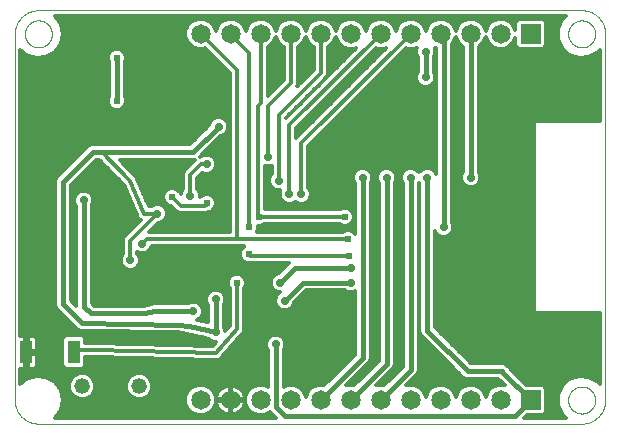
<source format=gbl>
G75*
%MOIN*%
%OFA0B0*%
%FSLAX25Y25*%
%IPPOS*%
%LPD*%
%AMOC8*
5,1,8,0,0,1.08239X$1,22.5*
%
%ADD10C,0.00000*%
%ADD11C,0.00100*%
%ADD12R,0.04000X0.07800*%
%ADD13R,0.06500X0.06500*%
%ADD14C,0.06500*%
%ADD15C,0.05200*%
%ADD16C,0.02800*%
%ADD17C,0.01200*%
%ADD18C,0.01600*%
%ADD19C,0.02400*%
D10*
X0010874Y0003250D02*
X0191976Y0003250D01*
X0192166Y0003252D01*
X0192356Y0003259D01*
X0192546Y0003271D01*
X0192736Y0003287D01*
X0192925Y0003307D01*
X0193114Y0003333D01*
X0193302Y0003362D01*
X0193489Y0003397D01*
X0193675Y0003436D01*
X0193860Y0003479D01*
X0194045Y0003527D01*
X0194228Y0003579D01*
X0194409Y0003635D01*
X0194589Y0003696D01*
X0194768Y0003762D01*
X0194945Y0003831D01*
X0195121Y0003905D01*
X0195294Y0003983D01*
X0195466Y0004066D01*
X0195635Y0004152D01*
X0195803Y0004242D01*
X0195968Y0004337D01*
X0196131Y0004435D01*
X0196291Y0004538D01*
X0196449Y0004644D01*
X0196604Y0004754D01*
X0196757Y0004867D01*
X0196907Y0004985D01*
X0197053Y0005106D01*
X0197197Y0005230D01*
X0197338Y0005358D01*
X0197476Y0005489D01*
X0197611Y0005624D01*
X0197742Y0005762D01*
X0197870Y0005903D01*
X0197994Y0006047D01*
X0198115Y0006193D01*
X0198233Y0006343D01*
X0198346Y0006496D01*
X0198456Y0006651D01*
X0198562Y0006809D01*
X0198665Y0006969D01*
X0198763Y0007132D01*
X0198858Y0007297D01*
X0198948Y0007465D01*
X0199034Y0007634D01*
X0199117Y0007806D01*
X0199195Y0007979D01*
X0199269Y0008155D01*
X0199338Y0008332D01*
X0199404Y0008511D01*
X0199465Y0008691D01*
X0199521Y0008872D01*
X0199573Y0009055D01*
X0199621Y0009240D01*
X0199664Y0009425D01*
X0199703Y0009611D01*
X0199738Y0009798D01*
X0199767Y0009986D01*
X0199793Y0010175D01*
X0199813Y0010364D01*
X0199829Y0010554D01*
X0199841Y0010744D01*
X0199848Y0010934D01*
X0199850Y0011124D01*
X0199850Y0133171D01*
X0199848Y0133361D01*
X0199841Y0133551D01*
X0199829Y0133741D01*
X0199813Y0133931D01*
X0199793Y0134120D01*
X0199767Y0134309D01*
X0199738Y0134497D01*
X0199703Y0134684D01*
X0199664Y0134870D01*
X0199621Y0135055D01*
X0199573Y0135240D01*
X0199521Y0135423D01*
X0199465Y0135604D01*
X0199404Y0135784D01*
X0199338Y0135963D01*
X0199269Y0136140D01*
X0199195Y0136316D01*
X0199117Y0136489D01*
X0199034Y0136661D01*
X0198948Y0136830D01*
X0198858Y0136998D01*
X0198763Y0137163D01*
X0198665Y0137326D01*
X0198562Y0137486D01*
X0198456Y0137644D01*
X0198346Y0137799D01*
X0198233Y0137952D01*
X0198115Y0138102D01*
X0197994Y0138248D01*
X0197870Y0138392D01*
X0197742Y0138533D01*
X0197611Y0138671D01*
X0197476Y0138806D01*
X0197338Y0138937D01*
X0197197Y0139065D01*
X0197053Y0139189D01*
X0196907Y0139310D01*
X0196757Y0139428D01*
X0196604Y0139541D01*
X0196449Y0139651D01*
X0196291Y0139757D01*
X0196131Y0139860D01*
X0195968Y0139958D01*
X0195803Y0140053D01*
X0195635Y0140143D01*
X0195466Y0140229D01*
X0195294Y0140312D01*
X0195121Y0140390D01*
X0194945Y0140464D01*
X0194768Y0140533D01*
X0194589Y0140599D01*
X0194409Y0140660D01*
X0194228Y0140716D01*
X0194045Y0140768D01*
X0193860Y0140816D01*
X0193675Y0140859D01*
X0193489Y0140898D01*
X0193302Y0140933D01*
X0193114Y0140962D01*
X0192925Y0140988D01*
X0192736Y0141008D01*
X0192546Y0141024D01*
X0192356Y0141036D01*
X0192166Y0141043D01*
X0191976Y0141045D01*
X0010874Y0141045D01*
X0010684Y0141043D01*
X0010494Y0141036D01*
X0010304Y0141024D01*
X0010114Y0141008D01*
X0009925Y0140988D01*
X0009736Y0140962D01*
X0009548Y0140933D01*
X0009361Y0140898D01*
X0009175Y0140859D01*
X0008990Y0140816D01*
X0008805Y0140768D01*
X0008622Y0140716D01*
X0008441Y0140660D01*
X0008261Y0140599D01*
X0008082Y0140533D01*
X0007905Y0140464D01*
X0007729Y0140390D01*
X0007556Y0140312D01*
X0007384Y0140229D01*
X0007215Y0140143D01*
X0007047Y0140053D01*
X0006882Y0139958D01*
X0006719Y0139860D01*
X0006559Y0139757D01*
X0006401Y0139651D01*
X0006246Y0139541D01*
X0006093Y0139428D01*
X0005943Y0139310D01*
X0005797Y0139189D01*
X0005653Y0139065D01*
X0005512Y0138937D01*
X0005374Y0138806D01*
X0005239Y0138671D01*
X0005108Y0138533D01*
X0004980Y0138392D01*
X0004856Y0138248D01*
X0004735Y0138102D01*
X0004617Y0137952D01*
X0004504Y0137799D01*
X0004394Y0137644D01*
X0004288Y0137486D01*
X0004185Y0137326D01*
X0004087Y0137163D01*
X0003992Y0136998D01*
X0003902Y0136830D01*
X0003816Y0136661D01*
X0003733Y0136489D01*
X0003655Y0136316D01*
X0003581Y0136140D01*
X0003512Y0135963D01*
X0003446Y0135784D01*
X0003385Y0135604D01*
X0003329Y0135423D01*
X0003277Y0135240D01*
X0003229Y0135055D01*
X0003186Y0134870D01*
X0003147Y0134684D01*
X0003112Y0134497D01*
X0003083Y0134309D01*
X0003057Y0134120D01*
X0003037Y0133931D01*
X0003021Y0133741D01*
X0003009Y0133551D01*
X0003002Y0133361D01*
X0003000Y0133171D01*
X0003000Y0011124D01*
X0003002Y0010934D01*
X0003009Y0010744D01*
X0003021Y0010554D01*
X0003037Y0010364D01*
X0003057Y0010175D01*
X0003083Y0009986D01*
X0003112Y0009798D01*
X0003147Y0009611D01*
X0003186Y0009425D01*
X0003229Y0009240D01*
X0003277Y0009055D01*
X0003329Y0008872D01*
X0003385Y0008691D01*
X0003446Y0008511D01*
X0003512Y0008332D01*
X0003581Y0008155D01*
X0003655Y0007979D01*
X0003733Y0007806D01*
X0003816Y0007634D01*
X0003902Y0007465D01*
X0003992Y0007297D01*
X0004087Y0007132D01*
X0004185Y0006969D01*
X0004288Y0006809D01*
X0004394Y0006651D01*
X0004504Y0006496D01*
X0004617Y0006343D01*
X0004735Y0006193D01*
X0004856Y0006047D01*
X0004980Y0005903D01*
X0005108Y0005762D01*
X0005239Y0005624D01*
X0005374Y0005489D01*
X0005512Y0005358D01*
X0005653Y0005230D01*
X0005797Y0005106D01*
X0005943Y0004985D01*
X0006093Y0004867D01*
X0006246Y0004754D01*
X0006401Y0004644D01*
X0006559Y0004538D01*
X0006719Y0004435D01*
X0006882Y0004337D01*
X0007047Y0004242D01*
X0007215Y0004152D01*
X0007384Y0004066D01*
X0007556Y0003983D01*
X0007729Y0003905D01*
X0007905Y0003831D01*
X0008082Y0003762D01*
X0008261Y0003696D01*
X0008441Y0003635D01*
X0008622Y0003579D01*
X0008805Y0003527D01*
X0008990Y0003479D01*
X0009175Y0003436D01*
X0009361Y0003397D01*
X0009548Y0003362D01*
X0009736Y0003333D01*
X0009925Y0003307D01*
X0010114Y0003287D01*
X0010304Y0003271D01*
X0010494Y0003259D01*
X0010684Y0003252D01*
X0010874Y0003250D01*
D11*
X0187476Y0011124D02*
X0187478Y0011258D01*
X0187484Y0011392D01*
X0187494Y0011525D01*
X0187508Y0011659D01*
X0187526Y0011792D01*
X0187548Y0011924D01*
X0187573Y0012055D01*
X0187603Y0012186D01*
X0187637Y0012316D01*
X0187674Y0012444D01*
X0187715Y0012572D01*
X0187760Y0012698D01*
X0187809Y0012823D01*
X0187861Y0012946D01*
X0187917Y0013068D01*
X0187977Y0013188D01*
X0188040Y0013306D01*
X0188107Y0013422D01*
X0188177Y0013536D01*
X0188251Y0013648D01*
X0188328Y0013758D01*
X0188408Y0013866D01*
X0188491Y0013971D01*
X0188577Y0014073D01*
X0188666Y0014173D01*
X0188759Y0014270D01*
X0188854Y0014365D01*
X0188952Y0014456D01*
X0189052Y0014545D01*
X0189155Y0014630D01*
X0189261Y0014713D01*
X0189369Y0014792D01*
X0189479Y0014868D01*
X0189592Y0014941D01*
X0189707Y0015010D01*
X0189823Y0015076D01*
X0189942Y0015138D01*
X0190062Y0015197D01*
X0190185Y0015252D01*
X0190308Y0015304D01*
X0190433Y0015351D01*
X0190560Y0015395D01*
X0190688Y0015436D01*
X0190817Y0015472D01*
X0190947Y0015505D01*
X0191078Y0015533D01*
X0191209Y0015558D01*
X0191342Y0015579D01*
X0191475Y0015596D01*
X0191608Y0015609D01*
X0191742Y0015618D01*
X0191876Y0015623D01*
X0192010Y0015624D01*
X0192143Y0015621D01*
X0192277Y0015614D01*
X0192411Y0015603D01*
X0192544Y0015588D01*
X0192677Y0015569D01*
X0192809Y0015546D01*
X0192940Y0015520D01*
X0193070Y0015489D01*
X0193200Y0015454D01*
X0193328Y0015416D01*
X0193455Y0015374D01*
X0193581Y0015328D01*
X0193706Y0015278D01*
X0193829Y0015225D01*
X0193950Y0015168D01*
X0194070Y0015107D01*
X0194187Y0015043D01*
X0194303Y0014976D01*
X0194417Y0014905D01*
X0194528Y0014830D01*
X0194637Y0014753D01*
X0194744Y0014672D01*
X0194849Y0014588D01*
X0194950Y0014501D01*
X0195050Y0014411D01*
X0195146Y0014318D01*
X0195240Y0014222D01*
X0195331Y0014123D01*
X0195418Y0014022D01*
X0195503Y0013918D01*
X0195585Y0013812D01*
X0195663Y0013704D01*
X0195738Y0013593D01*
X0195810Y0013480D01*
X0195879Y0013364D01*
X0195944Y0013247D01*
X0196005Y0013128D01*
X0196063Y0013007D01*
X0196117Y0012885D01*
X0196168Y0012761D01*
X0196215Y0012635D01*
X0196258Y0012508D01*
X0196297Y0012380D01*
X0196333Y0012251D01*
X0196364Y0012121D01*
X0196392Y0011990D01*
X0196416Y0011858D01*
X0196436Y0011725D01*
X0196452Y0011592D01*
X0196464Y0011459D01*
X0196472Y0011325D01*
X0196476Y0011191D01*
X0196476Y0011057D01*
X0196472Y0010923D01*
X0196464Y0010789D01*
X0196452Y0010656D01*
X0196436Y0010523D01*
X0196416Y0010390D01*
X0196392Y0010258D01*
X0196364Y0010127D01*
X0196333Y0009997D01*
X0196297Y0009868D01*
X0196258Y0009740D01*
X0196215Y0009613D01*
X0196168Y0009487D01*
X0196117Y0009363D01*
X0196063Y0009241D01*
X0196005Y0009120D01*
X0195944Y0009001D01*
X0195879Y0008884D01*
X0195810Y0008768D01*
X0195738Y0008655D01*
X0195663Y0008544D01*
X0195585Y0008436D01*
X0195503Y0008330D01*
X0195418Y0008226D01*
X0195331Y0008125D01*
X0195240Y0008026D01*
X0195146Y0007930D01*
X0195050Y0007837D01*
X0194950Y0007747D01*
X0194849Y0007660D01*
X0194744Y0007576D01*
X0194637Y0007495D01*
X0194528Y0007418D01*
X0194417Y0007343D01*
X0194303Y0007272D01*
X0194187Y0007205D01*
X0194070Y0007141D01*
X0193950Y0007080D01*
X0193829Y0007023D01*
X0193706Y0006970D01*
X0193581Y0006920D01*
X0193455Y0006874D01*
X0193328Y0006832D01*
X0193200Y0006794D01*
X0193070Y0006759D01*
X0192940Y0006728D01*
X0192809Y0006702D01*
X0192677Y0006679D01*
X0192544Y0006660D01*
X0192411Y0006645D01*
X0192277Y0006634D01*
X0192143Y0006627D01*
X0192010Y0006624D01*
X0191876Y0006625D01*
X0191742Y0006630D01*
X0191608Y0006639D01*
X0191475Y0006652D01*
X0191342Y0006669D01*
X0191209Y0006690D01*
X0191078Y0006715D01*
X0190947Y0006743D01*
X0190817Y0006776D01*
X0190688Y0006812D01*
X0190560Y0006853D01*
X0190433Y0006897D01*
X0190308Y0006944D01*
X0190185Y0006996D01*
X0190062Y0007051D01*
X0189942Y0007110D01*
X0189823Y0007172D01*
X0189707Y0007238D01*
X0189592Y0007307D01*
X0189479Y0007380D01*
X0189369Y0007456D01*
X0189261Y0007535D01*
X0189155Y0007618D01*
X0189052Y0007703D01*
X0188952Y0007792D01*
X0188854Y0007883D01*
X0188759Y0007978D01*
X0188666Y0008075D01*
X0188577Y0008175D01*
X0188491Y0008277D01*
X0188408Y0008382D01*
X0188328Y0008490D01*
X0188251Y0008600D01*
X0188177Y0008712D01*
X0188107Y0008826D01*
X0188040Y0008942D01*
X0187977Y0009060D01*
X0187917Y0009180D01*
X0187861Y0009302D01*
X0187809Y0009425D01*
X0187760Y0009550D01*
X0187715Y0009676D01*
X0187674Y0009804D01*
X0187637Y0009932D01*
X0187603Y0010062D01*
X0187573Y0010193D01*
X0187548Y0010324D01*
X0187526Y0010456D01*
X0187508Y0010589D01*
X0187494Y0010723D01*
X0187484Y0010856D01*
X0187478Y0010990D01*
X0187476Y0011124D01*
X0187476Y0133171D02*
X0187478Y0133305D01*
X0187484Y0133439D01*
X0187494Y0133572D01*
X0187508Y0133706D01*
X0187526Y0133839D01*
X0187548Y0133971D01*
X0187573Y0134102D01*
X0187603Y0134233D01*
X0187637Y0134363D01*
X0187674Y0134491D01*
X0187715Y0134619D01*
X0187760Y0134745D01*
X0187809Y0134870D01*
X0187861Y0134993D01*
X0187917Y0135115D01*
X0187977Y0135235D01*
X0188040Y0135353D01*
X0188107Y0135469D01*
X0188177Y0135583D01*
X0188251Y0135695D01*
X0188328Y0135805D01*
X0188408Y0135913D01*
X0188491Y0136018D01*
X0188577Y0136120D01*
X0188666Y0136220D01*
X0188759Y0136317D01*
X0188854Y0136412D01*
X0188952Y0136503D01*
X0189052Y0136592D01*
X0189155Y0136677D01*
X0189261Y0136760D01*
X0189369Y0136839D01*
X0189479Y0136915D01*
X0189592Y0136988D01*
X0189707Y0137057D01*
X0189823Y0137123D01*
X0189942Y0137185D01*
X0190062Y0137244D01*
X0190185Y0137299D01*
X0190308Y0137351D01*
X0190433Y0137398D01*
X0190560Y0137442D01*
X0190688Y0137483D01*
X0190817Y0137519D01*
X0190947Y0137552D01*
X0191078Y0137580D01*
X0191209Y0137605D01*
X0191342Y0137626D01*
X0191475Y0137643D01*
X0191608Y0137656D01*
X0191742Y0137665D01*
X0191876Y0137670D01*
X0192010Y0137671D01*
X0192143Y0137668D01*
X0192277Y0137661D01*
X0192411Y0137650D01*
X0192544Y0137635D01*
X0192677Y0137616D01*
X0192809Y0137593D01*
X0192940Y0137567D01*
X0193070Y0137536D01*
X0193200Y0137501D01*
X0193328Y0137463D01*
X0193455Y0137421D01*
X0193581Y0137375D01*
X0193706Y0137325D01*
X0193829Y0137272D01*
X0193950Y0137215D01*
X0194070Y0137154D01*
X0194187Y0137090D01*
X0194303Y0137023D01*
X0194417Y0136952D01*
X0194528Y0136877D01*
X0194637Y0136800D01*
X0194744Y0136719D01*
X0194849Y0136635D01*
X0194950Y0136548D01*
X0195050Y0136458D01*
X0195146Y0136365D01*
X0195240Y0136269D01*
X0195331Y0136170D01*
X0195418Y0136069D01*
X0195503Y0135965D01*
X0195585Y0135859D01*
X0195663Y0135751D01*
X0195738Y0135640D01*
X0195810Y0135527D01*
X0195879Y0135411D01*
X0195944Y0135294D01*
X0196005Y0135175D01*
X0196063Y0135054D01*
X0196117Y0134932D01*
X0196168Y0134808D01*
X0196215Y0134682D01*
X0196258Y0134555D01*
X0196297Y0134427D01*
X0196333Y0134298D01*
X0196364Y0134168D01*
X0196392Y0134037D01*
X0196416Y0133905D01*
X0196436Y0133772D01*
X0196452Y0133639D01*
X0196464Y0133506D01*
X0196472Y0133372D01*
X0196476Y0133238D01*
X0196476Y0133104D01*
X0196472Y0132970D01*
X0196464Y0132836D01*
X0196452Y0132703D01*
X0196436Y0132570D01*
X0196416Y0132437D01*
X0196392Y0132305D01*
X0196364Y0132174D01*
X0196333Y0132044D01*
X0196297Y0131915D01*
X0196258Y0131787D01*
X0196215Y0131660D01*
X0196168Y0131534D01*
X0196117Y0131410D01*
X0196063Y0131288D01*
X0196005Y0131167D01*
X0195944Y0131048D01*
X0195879Y0130931D01*
X0195810Y0130815D01*
X0195738Y0130702D01*
X0195663Y0130591D01*
X0195585Y0130483D01*
X0195503Y0130377D01*
X0195418Y0130273D01*
X0195331Y0130172D01*
X0195240Y0130073D01*
X0195146Y0129977D01*
X0195050Y0129884D01*
X0194950Y0129794D01*
X0194849Y0129707D01*
X0194744Y0129623D01*
X0194637Y0129542D01*
X0194528Y0129465D01*
X0194417Y0129390D01*
X0194303Y0129319D01*
X0194187Y0129252D01*
X0194070Y0129188D01*
X0193950Y0129127D01*
X0193829Y0129070D01*
X0193706Y0129017D01*
X0193581Y0128967D01*
X0193455Y0128921D01*
X0193328Y0128879D01*
X0193200Y0128841D01*
X0193070Y0128806D01*
X0192940Y0128775D01*
X0192809Y0128749D01*
X0192677Y0128726D01*
X0192544Y0128707D01*
X0192411Y0128692D01*
X0192277Y0128681D01*
X0192143Y0128674D01*
X0192010Y0128671D01*
X0191876Y0128672D01*
X0191742Y0128677D01*
X0191608Y0128686D01*
X0191475Y0128699D01*
X0191342Y0128716D01*
X0191209Y0128737D01*
X0191078Y0128762D01*
X0190947Y0128790D01*
X0190817Y0128823D01*
X0190688Y0128859D01*
X0190560Y0128900D01*
X0190433Y0128944D01*
X0190308Y0128991D01*
X0190185Y0129043D01*
X0190062Y0129098D01*
X0189942Y0129157D01*
X0189823Y0129219D01*
X0189707Y0129285D01*
X0189592Y0129354D01*
X0189479Y0129427D01*
X0189369Y0129503D01*
X0189261Y0129582D01*
X0189155Y0129665D01*
X0189052Y0129750D01*
X0188952Y0129839D01*
X0188854Y0129930D01*
X0188759Y0130025D01*
X0188666Y0130122D01*
X0188577Y0130222D01*
X0188491Y0130324D01*
X0188408Y0130429D01*
X0188328Y0130537D01*
X0188251Y0130647D01*
X0188177Y0130759D01*
X0188107Y0130873D01*
X0188040Y0130989D01*
X0187977Y0131107D01*
X0187917Y0131227D01*
X0187861Y0131349D01*
X0187809Y0131472D01*
X0187760Y0131597D01*
X0187715Y0131723D01*
X0187674Y0131851D01*
X0187637Y0131979D01*
X0187603Y0132109D01*
X0187573Y0132240D01*
X0187548Y0132371D01*
X0187526Y0132503D01*
X0187508Y0132636D01*
X0187494Y0132770D01*
X0187484Y0132903D01*
X0187478Y0133037D01*
X0187476Y0133171D01*
X0006374Y0133171D02*
X0006376Y0133305D01*
X0006382Y0133439D01*
X0006392Y0133572D01*
X0006406Y0133706D01*
X0006424Y0133839D01*
X0006446Y0133971D01*
X0006471Y0134102D01*
X0006501Y0134233D01*
X0006535Y0134363D01*
X0006572Y0134491D01*
X0006613Y0134619D01*
X0006658Y0134745D01*
X0006707Y0134870D01*
X0006759Y0134993D01*
X0006815Y0135115D01*
X0006875Y0135235D01*
X0006938Y0135353D01*
X0007005Y0135469D01*
X0007075Y0135583D01*
X0007149Y0135695D01*
X0007226Y0135805D01*
X0007306Y0135913D01*
X0007389Y0136018D01*
X0007475Y0136120D01*
X0007564Y0136220D01*
X0007657Y0136317D01*
X0007752Y0136412D01*
X0007850Y0136503D01*
X0007950Y0136592D01*
X0008053Y0136677D01*
X0008159Y0136760D01*
X0008267Y0136839D01*
X0008377Y0136915D01*
X0008490Y0136988D01*
X0008605Y0137057D01*
X0008721Y0137123D01*
X0008840Y0137185D01*
X0008960Y0137244D01*
X0009083Y0137299D01*
X0009206Y0137351D01*
X0009331Y0137398D01*
X0009458Y0137442D01*
X0009586Y0137483D01*
X0009715Y0137519D01*
X0009845Y0137552D01*
X0009976Y0137580D01*
X0010107Y0137605D01*
X0010240Y0137626D01*
X0010373Y0137643D01*
X0010506Y0137656D01*
X0010640Y0137665D01*
X0010774Y0137670D01*
X0010908Y0137671D01*
X0011041Y0137668D01*
X0011175Y0137661D01*
X0011309Y0137650D01*
X0011442Y0137635D01*
X0011575Y0137616D01*
X0011707Y0137593D01*
X0011838Y0137567D01*
X0011968Y0137536D01*
X0012098Y0137501D01*
X0012226Y0137463D01*
X0012353Y0137421D01*
X0012479Y0137375D01*
X0012604Y0137325D01*
X0012727Y0137272D01*
X0012848Y0137215D01*
X0012968Y0137154D01*
X0013085Y0137090D01*
X0013201Y0137023D01*
X0013315Y0136952D01*
X0013426Y0136877D01*
X0013535Y0136800D01*
X0013642Y0136719D01*
X0013747Y0136635D01*
X0013848Y0136548D01*
X0013948Y0136458D01*
X0014044Y0136365D01*
X0014138Y0136269D01*
X0014229Y0136170D01*
X0014316Y0136069D01*
X0014401Y0135965D01*
X0014483Y0135859D01*
X0014561Y0135751D01*
X0014636Y0135640D01*
X0014708Y0135527D01*
X0014777Y0135411D01*
X0014842Y0135294D01*
X0014903Y0135175D01*
X0014961Y0135054D01*
X0015015Y0134932D01*
X0015066Y0134808D01*
X0015113Y0134682D01*
X0015156Y0134555D01*
X0015195Y0134427D01*
X0015231Y0134298D01*
X0015262Y0134168D01*
X0015290Y0134037D01*
X0015314Y0133905D01*
X0015334Y0133772D01*
X0015350Y0133639D01*
X0015362Y0133506D01*
X0015370Y0133372D01*
X0015374Y0133238D01*
X0015374Y0133104D01*
X0015370Y0132970D01*
X0015362Y0132836D01*
X0015350Y0132703D01*
X0015334Y0132570D01*
X0015314Y0132437D01*
X0015290Y0132305D01*
X0015262Y0132174D01*
X0015231Y0132044D01*
X0015195Y0131915D01*
X0015156Y0131787D01*
X0015113Y0131660D01*
X0015066Y0131534D01*
X0015015Y0131410D01*
X0014961Y0131288D01*
X0014903Y0131167D01*
X0014842Y0131048D01*
X0014777Y0130931D01*
X0014708Y0130815D01*
X0014636Y0130702D01*
X0014561Y0130591D01*
X0014483Y0130483D01*
X0014401Y0130377D01*
X0014316Y0130273D01*
X0014229Y0130172D01*
X0014138Y0130073D01*
X0014044Y0129977D01*
X0013948Y0129884D01*
X0013848Y0129794D01*
X0013747Y0129707D01*
X0013642Y0129623D01*
X0013535Y0129542D01*
X0013426Y0129465D01*
X0013315Y0129390D01*
X0013201Y0129319D01*
X0013085Y0129252D01*
X0012968Y0129188D01*
X0012848Y0129127D01*
X0012727Y0129070D01*
X0012604Y0129017D01*
X0012479Y0128967D01*
X0012353Y0128921D01*
X0012226Y0128879D01*
X0012098Y0128841D01*
X0011968Y0128806D01*
X0011838Y0128775D01*
X0011707Y0128749D01*
X0011575Y0128726D01*
X0011442Y0128707D01*
X0011309Y0128692D01*
X0011175Y0128681D01*
X0011041Y0128674D01*
X0010908Y0128671D01*
X0010774Y0128672D01*
X0010640Y0128677D01*
X0010506Y0128686D01*
X0010373Y0128699D01*
X0010240Y0128716D01*
X0010107Y0128737D01*
X0009976Y0128762D01*
X0009845Y0128790D01*
X0009715Y0128823D01*
X0009586Y0128859D01*
X0009458Y0128900D01*
X0009331Y0128944D01*
X0009206Y0128991D01*
X0009083Y0129043D01*
X0008960Y0129098D01*
X0008840Y0129157D01*
X0008721Y0129219D01*
X0008605Y0129285D01*
X0008490Y0129354D01*
X0008377Y0129427D01*
X0008267Y0129503D01*
X0008159Y0129582D01*
X0008053Y0129665D01*
X0007950Y0129750D01*
X0007850Y0129839D01*
X0007752Y0129930D01*
X0007657Y0130025D01*
X0007564Y0130122D01*
X0007475Y0130222D01*
X0007389Y0130324D01*
X0007306Y0130429D01*
X0007226Y0130537D01*
X0007149Y0130647D01*
X0007075Y0130759D01*
X0007005Y0130873D01*
X0006938Y0130989D01*
X0006875Y0131107D01*
X0006815Y0131227D01*
X0006759Y0131349D01*
X0006707Y0131472D01*
X0006658Y0131597D01*
X0006613Y0131723D01*
X0006572Y0131851D01*
X0006535Y0131979D01*
X0006501Y0132109D01*
X0006471Y0132240D01*
X0006446Y0132371D01*
X0006424Y0132503D01*
X0006406Y0132636D01*
X0006392Y0132770D01*
X0006382Y0132903D01*
X0006376Y0133037D01*
X0006374Y0133171D01*
D12*
X0006906Y0027022D03*
X0022656Y0027022D03*
D13*
X0174929Y0011124D03*
X0174929Y0133171D03*
D14*
X0164929Y0133171D03*
X0154929Y0133171D03*
X0144929Y0133171D03*
X0134929Y0133171D03*
X0124929Y0133171D03*
X0114929Y0133171D03*
X0104929Y0133171D03*
X0094929Y0133171D03*
X0084929Y0133171D03*
X0074929Y0133171D03*
X0064929Y0133171D03*
X0064929Y0011124D03*
X0074929Y0011124D03*
X0084929Y0011124D03*
X0094929Y0011124D03*
X0104929Y0011124D03*
X0114929Y0011124D03*
X0124929Y0011124D03*
X0134929Y0011124D03*
X0144929Y0011124D03*
X0154929Y0011124D03*
X0164929Y0011124D03*
D15*
X0044500Y0015750D03*
X0025500Y0015750D03*
D16*
X0014000Y0033250D03*
X0041606Y0048750D03*
X0041500Y0057750D03*
X0045500Y0063250D03*
X0041606Y0072250D03*
X0050500Y0073250D03*
X0061500Y0079250D03*
X0073500Y0079250D03*
X0072500Y0068250D03*
X0085000Y0068250D03*
X0094500Y0079750D03*
X0098500Y0079750D03*
X0091000Y0084250D03*
X0087500Y0092250D03*
X0071000Y0102250D03*
X0070606Y0094750D03*
X0067000Y0089750D03*
X0057500Y0088750D03*
X0057000Y0099750D03*
X0054287Y0108581D03*
X0045287Y0102081D03*
X0071000Y0111250D03*
X0070106Y0122250D03*
X0090106Y0123250D03*
X0090106Y0119750D03*
X0100000Y0125250D03*
X0109500Y0125750D03*
X0119500Y0122250D03*
X0130000Y0119750D03*
X0131000Y0111750D03*
X0124500Y0111750D03*
X0140000Y0118750D03*
X0140000Y0127250D03*
X0160500Y0122250D03*
X0181000Y0125250D03*
X0139000Y0092750D03*
X0131000Y0091750D03*
X0127000Y0085250D03*
X0119000Y0085250D03*
X0114000Y0090750D03*
X0135000Y0085250D03*
X0140500Y0085250D03*
X0150500Y0092250D03*
X0155000Y0085250D03*
X0160000Y0080250D03*
X0172500Y0076750D03*
X0172500Y0071250D03*
X0172500Y0065750D03*
X0172500Y0061250D03*
X0172500Y0056250D03*
X0150500Y0051750D03*
X0146000Y0068750D03*
X0161500Y0092250D03*
X0115000Y0055250D03*
X0115000Y0050250D03*
X0101000Y0040750D03*
X0093000Y0044250D03*
X0091500Y0050250D03*
X0070000Y0044750D03*
X0062500Y0040750D03*
X0070000Y0033750D03*
X0084500Y0029750D03*
X0090000Y0029750D03*
X0138795Y0027364D03*
X0170291Y0030907D03*
X0184500Y0030250D03*
X0042606Y0125750D03*
X0031500Y0123250D03*
X0022500Y0137750D03*
X0010500Y0095750D03*
X0026000Y0077750D03*
D17*
X0023112Y0076359D02*
X0021600Y0076359D01*
X0021600Y0075161D02*
X0023400Y0075161D01*
X0023400Y0075825D02*
X0023400Y0042527D01*
X0021600Y0044327D01*
X0021600Y0082673D01*
X0030077Y0091150D01*
X0031206Y0091150D01*
X0039462Y0082894D01*
X0043600Y0072778D01*
X0043600Y0072773D01*
X0043780Y0072337D01*
X0043959Y0071899D01*
X0043963Y0071896D01*
X0043965Y0071891D01*
X0044299Y0071557D01*
X0044632Y0071221D01*
X0044637Y0071219D01*
X0044641Y0071215D01*
X0044945Y0071089D01*
X0039465Y0065609D01*
X0039100Y0064727D01*
X0039100Y0059875D01*
X0038787Y0059563D01*
X0038300Y0058387D01*
X0038300Y0057113D01*
X0038787Y0055937D01*
X0039687Y0055037D01*
X0040863Y0054550D01*
X0042137Y0054550D01*
X0043313Y0055037D01*
X0044213Y0055937D01*
X0044700Y0057113D01*
X0044700Y0058387D01*
X0044213Y0059563D01*
X0043900Y0059875D01*
X0043900Y0060449D01*
X0044863Y0060050D01*
X0046137Y0060050D01*
X0047313Y0060537D01*
X0048213Y0061437D01*
X0048591Y0062350D01*
X0079438Y0062350D01*
X0079301Y0062293D01*
X0078457Y0061449D01*
X0078000Y0060347D01*
X0078000Y0059153D01*
X0078457Y0058051D01*
X0079301Y0057207D01*
X0080403Y0056750D01*
X0081597Y0056750D01*
X0081838Y0056850D01*
X0094423Y0056850D01*
X0091023Y0053450D01*
X0090863Y0053450D01*
X0089687Y0052963D01*
X0088787Y0052063D01*
X0088300Y0050887D01*
X0088300Y0049613D01*
X0088787Y0048437D01*
X0089687Y0047537D01*
X0090863Y0047050D01*
X0091398Y0047050D01*
X0091187Y0046963D01*
X0090287Y0046063D01*
X0089800Y0044887D01*
X0089800Y0043613D01*
X0090287Y0042437D01*
X0091187Y0041537D01*
X0092363Y0041050D01*
X0093637Y0041050D01*
X0094813Y0041537D01*
X0095713Y0042437D01*
X0096200Y0043613D01*
X0096200Y0043773D01*
X0100077Y0047650D01*
X0113075Y0047650D01*
X0113187Y0047537D01*
X0114363Y0047050D01*
X0115637Y0047050D01*
X0116400Y0047366D01*
X0116400Y0026272D01*
X0106194Y0016066D01*
X0105934Y0016174D01*
X0103925Y0016174D01*
X0102069Y0015405D01*
X0100648Y0013985D01*
X0099929Y0012249D01*
X0099210Y0013985D01*
X0097790Y0015405D01*
X0095934Y0016174D01*
X0093925Y0016174D01*
X0092600Y0015625D01*
X0092600Y0027825D01*
X0092713Y0027937D01*
X0093200Y0029113D01*
X0093200Y0030387D01*
X0092713Y0031563D01*
X0091813Y0032463D01*
X0090637Y0032950D01*
X0089363Y0032950D01*
X0088187Y0032463D01*
X0087287Y0031563D01*
X0086800Y0030387D01*
X0086800Y0029113D01*
X0087287Y0027937D01*
X0087400Y0027825D01*
X0087400Y0015567D01*
X0085934Y0016174D01*
X0083925Y0016174D01*
X0082069Y0015405D01*
X0080648Y0013985D01*
X0079879Y0012129D01*
X0079879Y0010120D01*
X0080648Y0008263D01*
X0082069Y0006843D01*
X0083925Y0006074D01*
X0085934Y0006074D01*
X0087790Y0006843D01*
X0088010Y0007063D01*
X0090023Y0005050D01*
X0016375Y0005050D01*
X0018365Y0007789D01*
X0019074Y0011124D01*
X0018365Y0014459D01*
X0018365Y0014459D01*
X0016361Y0017218D01*
X0016361Y0017218D01*
X0016361Y0017218D01*
X0013408Y0018923D01*
X0010017Y0019279D01*
X0010017Y0019279D01*
X0006774Y0018225D01*
X0004800Y0016448D01*
X0004800Y0021522D01*
X0006505Y0021522D01*
X0006505Y0026622D01*
X0007306Y0026622D01*
X0007306Y0027422D01*
X0010505Y0027422D01*
X0010505Y0031132D01*
X0010396Y0031539D01*
X0010186Y0031904D01*
X0009888Y0032202D01*
X0009523Y0032413D01*
X0009116Y0032522D01*
X0007306Y0032522D01*
X0007306Y0027422D01*
X0006505Y0027422D01*
X0006505Y0032522D01*
X0004800Y0032522D01*
X0004800Y0127847D01*
X0006774Y0126070D01*
X0010017Y0125016D01*
X0013408Y0125373D01*
X0016361Y0127077D01*
X0016361Y0127077D01*
X0016361Y0127077D01*
X0018365Y0129836D01*
X0019074Y0133171D01*
X0018365Y0136506D01*
X0018365Y0136506D01*
X0016375Y0139245D01*
X0186735Y0139245D01*
X0185342Y0137991D01*
X0183956Y0134876D01*
X0183956Y0131466D01*
X0185342Y0128351D01*
X0185342Y0128351D01*
X0185342Y0128351D01*
X0187876Y0126070D01*
X0187876Y0126070D01*
X0191119Y0125016D01*
X0191119Y0125016D01*
X0194510Y0125373D01*
X0197463Y0127077D01*
X0197463Y0127077D01*
X0197463Y0127077D01*
X0198050Y0127886D01*
X0198050Y0104250D01*
X0176000Y0104250D01*
X0176000Y0040250D01*
X0198050Y0040250D01*
X0198050Y0016410D01*
X0197463Y0017218D01*
X0194510Y0018923D01*
X0191119Y0019279D01*
X0187876Y0018225D01*
X0185342Y0015944D01*
X0183956Y0012829D01*
X0183956Y0009419D01*
X0185342Y0006304D01*
X0185342Y0006304D01*
X0186735Y0005050D01*
X0172650Y0005050D01*
X0173674Y0006074D01*
X0178925Y0006074D01*
X0179979Y0007128D01*
X0179979Y0015120D01*
X0178925Y0016174D01*
X0173556Y0016174D01*
X0167709Y0022021D01*
X0167625Y0022223D01*
X0166894Y0022954D01*
X0165938Y0023350D01*
X0155077Y0023350D01*
X0143100Y0035327D01*
X0143100Y0067389D01*
X0143287Y0066937D01*
X0144187Y0066037D01*
X0145363Y0065550D01*
X0146637Y0065550D01*
X0147813Y0066037D01*
X0148713Y0066937D01*
X0149200Y0068113D01*
X0149200Y0069387D01*
X0148713Y0070563D01*
X0148600Y0070675D01*
X0148600Y0129700D01*
X0149210Y0130311D01*
X0149929Y0132046D01*
X0150648Y0130311D01*
X0152069Y0128890D01*
X0152400Y0128753D01*
X0152400Y0087175D01*
X0152287Y0087063D01*
X0151800Y0085887D01*
X0151800Y0084613D01*
X0152287Y0083437D01*
X0153187Y0082537D01*
X0154363Y0082050D01*
X0155637Y0082050D01*
X0156813Y0082537D01*
X0157713Y0083437D01*
X0158200Y0084613D01*
X0158200Y0085887D01*
X0157713Y0087063D01*
X0157600Y0087175D01*
X0157600Y0128811D01*
X0157790Y0128890D01*
X0159210Y0130311D01*
X0159929Y0132046D01*
X0160648Y0130311D01*
X0162069Y0128890D01*
X0163925Y0128121D01*
X0165934Y0128121D01*
X0167790Y0128890D01*
X0169210Y0130311D01*
X0169879Y0131925D01*
X0169879Y0129176D01*
X0170934Y0128121D01*
X0178925Y0128121D01*
X0179979Y0129176D01*
X0179979Y0137167D01*
X0178925Y0138221D01*
X0170934Y0138221D01*
X0169879Y0137167D01*
X0169879Y0134417D01*
X0169210Y0136032D01*
X0167790Y0137452D01*
X0165934Y0138221D01*
X0163925Y0138221D01*
X0162069Y0137452D01*
X0160648Y0136032D01*
X0159929Y0134296D01*
X0159210Y0136032D01*
X0157790Y0137452D01*
X0155934Y0138221D01*
X0153925Y0138221D01*
X0152069Y0137452D01*
X0150648Y0136032D01*
X0149929Y0134296D01*
X0149210Y0136032D01*
X0147790Y0137452D01*
X0145934Y0138221D01*
X0143925Y0138221D01*
X0142069Y0137452D01*
X0140648Y0136032D01*
X0139929Y0134296D01*
X0139210Y0136032D01*
X0137790Y0137452D01*
X0135934Y0138221D01*
X0133925Y0138221D01*
X0132069Y0137452D01*
X0130648Y0136032D01*
X0129929Y0134296D01*
X0129210Y0136032D01*
X0127790Y0137452D01*
X0125934Y0138221D01*
X0123925Y0138221D01*
X0122069Y0137452D01*
X0120648Y0136032D01*
X0119929Y0134296D01*
X0119210Y0136032D01*
X0117790Y0137452D01*
X0115934Y0138221D01*
X0113925Y0138221D01*
X0112069Y0137452D01*
X0110648Y0136032D01*
X0109929Y0134296D01*
X0109210Y0136032D01*
X0107790Y0137452D01*
X0105934Y0138221D01*
X0103925Y0138221D01*
X0102069Y0137452D01*
X0100648Y0136032D01*
X0099929Y0134296D01*
X0099210Y0136032D01*
X0097790Y0137452D01*
X0095934Y0138221D01*
X0093925Y0138221D01*
X0092069Y0137452D01*
X0090648Y0136032D01*
X0089929Y0134296D01*
X0089210Y0136032D01*
X0087790Y0137452D01*
X0085934Y0138221D01*
X0083925Y0138221D01*
X0082069Y0137452D01*
X0080648Y0136032D01*
X0079929Y0134296D01*
X0079210Y0136032D01*
X0077790Y0137452D01*
X0075934Y0138221D01*
X0073925Y0138221D01*
X0072069Y0137452D01*
X0070648Y0136032D01*
X0069929Y0134296D01*
X0069210Y0136032D01*
X0067790Y0137452D01*
X0065934Y0138221D01*
X0063925Y0138221D01*
X0062069Y0137452D01*
X0060648Y0136032D01*
X0059879Y0134176D01*
X0059879Y0132167D01*
X0060648Y0130311D01*
X0062069Y0128890D01*
X0063925Y0128121D01*
X0065934Y0128121D01*
X0066500Y0128356D01*
X0074600Y0120256D01*
X0074600Y0067150D01*
X0047794Y0067150D01*
X0050694Y0070050D01*
X0051137Y0070050D01*
X0052313Y0070537D01*
X0053213Y0071437D01*
X0053700Y0072613D01*
X0053700Y0073887D01*
X0053213Y0075063D01*
X0052313Y0075963D01*
X0051137Y0076450D01*
X0049863Y0076450D01*
X0048687Y0075963D01*
X0048375Y0075650D01*
X0047611Y0075650D01*
X0043900Y0084722D01*
X0043900Y0084727D01*
X0043720Y0085163D01*
X0043541Y0085601D01*
X0043537Y0085604D01*
X0043535Y0085609D01*
X0043201Y0085943D01*
X0042868Y0086279D01*
X0042863Y0086281D01*
X0037994Y0091150D01*
X0063006Y0091150D01*
X0059465Y0087609D01*
X0059100Y0086727D01*
X0059100Y0081375D01*
X0058787Y0081063D01*
X0058300Y0079887D01*
X0058300Y0079830D01*
X0058043Y0080449D01*
X0057199Y0081293D01*
X0056097Y0081750D01*
X0054903Y0081750D01*
X0053801Y0081293D01*
X0052957Y0080449D01*
X0052500Y0079347D01*
X0052500Y0078153D01*
X0052957Y0077051D01*
X0053801Y0076207D01*
X0054903Y0075750D01*
X0055106Y0075750D01*
X0056465Y0074391D01*
X0057141Y0073715D01*
X0058023Y0073350D01*
X0066907Y0073350D01*
X0067789Y0073715D01*
X0067983Y0073910D01*
X0068699Y0074207D01*
X0069543Y0075051D01*
X0070000Y0076153D01*
X0070000Y0077347D01*
X0069543Y0078449D01*
X0068699Y0079293D01*
X0067597Y0079750D01*
X0066403Y0079750D01*
X0065301Y0079293D01*
X0064700Y0078693D01*
X0064700Y0079887D01*
X0064213Y0081063D01*
X0063900Y0081375D01*
X0063900Y0085256D01*
X0065537Y0086893D01*
X0066363Y0086550D01*
X0067637Y0086550D01*
X0068813Y0087037D01*
X0069713Y0087937D01*
X0070200Y0089113D01*
X0070200Y0090387D01*
X0069713Y0091563D01*
X0068813Y0092463D01*
X0067637Y0092950D01*
X0066363Y0092950D01*
X0065187Y0092463D01*
X0064875Y0092150D01*
X0064577Y0092150D01*
X0064704Y0092277D01*
X0071477Y0099050D01*
X0071637Y0099050D01*
X0072813Y0099537D01*
X0073713Y0100437D01*
X0074200Y0101613D01*
X0074200Y0102887D01*
X0073713Y0104063D01*
X0072813Y0104963D01*
X0071637Y0105450D01*
X0070363Y0105450D01*
X0069187Y0104963D01*
X0068287Y0104063D01*
X0067800Y0102887D01*
X0067800Y0102727D01*
X0061423Y0096350D01*
X0028483Y0096350D01*
X0027527Y0095954D01*
X0026796Y0095223D01*
X0026796Y0095223D01*
X0017527Y0085954D01*
X0016796Y0085223D01*
X0016400Y0084267D01*
X0016400Y0042733D01*
X0016796Y0041777D01*
X0023647Y0034926D01*
X0023993Y0034569D01*
X0024012Y0034561D01*
X0024027Y0034546D01*
X0024486Y0034356D01*
X0024942Y0034158D01*
X0024963Y0034158D01*
X0024983Y0034150D01*
X0025480Y0034150D01*
X0057295Y0033653D01*
X0060533Y0033190D01*
X0067606Y0031619D01*
X0068187Y0031037D01*
X0069363Y0030550D01*
X0070136Y0030550D01*
X0068935Y0029177D01*
X0030006Y0030138D01*
X0029977Y0030150D01*
X0029529Y0030150D01*
X0029082Y0030161D01*
X0029053Y0030150D01*
X0026455Y0030150D01*
X0026455Y0031667D01*
X0025401Y0032722D01*
X0019910Y0032722D01*
X0018856Y0031667D01*
X0018856Y0022376D01*
X0019910Y0021322D01*
X0025401Y0021322D01*
X0026455Y0022376D01*
X0026455Y0025350D01*
X0029470Y0025350D01*
X0069576Y0024360D01*
X0069683Y0024324D01*
X0070050Y0024348D01*
X0070418Y0024339D01*
X0070523Y0024380D01*
X0070636Y0024387D01*
X0070966Y0024550D01*
X0071309Y0024682D01*
X0071391Y0024760D01*
X0071492Y0024810D01*
X0071734Y0025087D01*
X0072000Y0025341D01*
X0072046Y0025444D01*
X0078754Y0033109D01*
X0079035Y0033391D01*
X0079066Y0033467D01*
X0079121Y0033529D01*
X0079248Y0033905D01*
X0079400Y0034273D01*
X0079400Y0034355D01*
X0079426Y0034433D01*
X0079400Y0034830D01*
X0079400Y0048407D01*
X0079543Y0048551D01*
X0080000Y0049653D01*
X0080000Y0050847D01*
X0079543Y0051949D01*
X0078699Y0052793D01*
X0077597Y0053250D01*
X0076403Y0053250D01*
X0075301Y0052793D01*
X0074457Y0051949D01*
X0074000Y0050847D01*
X0074000Y0049653D01*
X0074457Y0048551D01*
X0074600Y0048407D01*
X0074600Y0035652D01*
X0073200Y0034052D01*
X0073200Y0034387D01*
X0072713Y0035563D01*
X0072600Y0035675D01*
X0072600Y0042825D01*
X0072713Y0042937D01*
X0073200Y0044113D01*
X0073200Y0045387D01*
X0072713Y0046563D01*
X0071813Y0047463D01*
X0070637Y0047950D01*
X0069363Y0047950D01*
X0068187Y0047463D01*
X0067287Y0046563D01*
X0066800Y0045387D01*
X0066800Y0044113D01*
X0067287Y0042937D01*
X0067400Y0042825D01*
X0067400Y0036991D01*
X0063747Y0037803D01*
X0064313Y0038037D01*
X0065213Y0038937D01*
X0065700Y0040113D01*
X0065700Y0041387D01*
X0065213Y0042563D01*
X0064313Y0043463D01*
X0063137Y0043950D01*
X0061863Y0043950D01*
X0060687Y0043463D01*
X0060575Y0043350D01*
X0049716Y0043350D01*
X0049419Y0043400D01*
X0049204Y0043350D01*
X0048983Y0043350D01*
X0048705Y0043235D01*
X0045954Y0042600D01*
X0029327Y0042600D01*
X0028600Y0043327D01*
X0028600Y0075825D01*
X0028713Y0075937D01*
X0029200Y0077113D01*
X0029200Y0078387D01*
X0028713Y0079563D01*
X0027813Y0080463D01*
X0026637Y0080950D01*
X0025363Y0080950D01*
X0024187Y0080463D01*
X0023287Y0079563D01*
X0022800Y0078387D01*
X0022800Y0077113D01*
X0023287Y0075937D01*
X0023400Y0075825D01*
X0022800Y0077558D02*
X0021600Y0077558D01*
X0021600Y0078756D02*
X0022953Y0078756D01*
X0023679Y0079955D02*
X0021600Y0079955D01*
X0021600Y0081153D02*
X0040174Y0081153D01*
X0040664Y0079955D02*
X0028321Y0079955D01*
X0029047Y0078756D02*
X0041154Y0078756D01*
X0041645Y0077558D02*
X0029200Y0077558D01*
X0028888Y0076359D02*
X0042135Y0076359D01*
X0042625Y0075161D02*
X0028600Y0075161D01*
X0028600Y0073962D02*
X0043116Y0073962D01*
X0043604Y0072764D02*
X0028600Y0072764D01*
X0028600Y0071565D02*
X0044291Y0071565D01*
X0044223Y0070367D02*
X0028600Y0070367D01*
X0028600Y0069168D02*
X0043024Y0069168D01*
X0041826Y0067970D02*
X0028600Y0067970D01*
X0028600Y0066771D02*
X0040627Y0066771D01*
X0039450Y0065573D02*
X0028600Y0065573D01*
X0028600Y0064374D02*
X0039100Y0064374D01*
X0039100Y0063176D02*
X0028600Y0063176D01*
X0028600Y0061977D02*
X0039100Y0061977D01*
X0039100Y0060779D02*
X0028600Y0060779D01*
X0028600Y0059580D02*
X0038805Y0059580D01*
X0038300Y0058382D02*
X0028600Y0058382D01*
X0028600Y0057183D02*
X0038300Y0057183D01*
X0038768Y0055984D02*
X0028600Y0055984D01*
X0028600Y0054786D02*
X0040294Y0054786D01*
X0042706Y0054786D02*
X0092359Y0054786D01*
X0091161Y0053587D02*
X0028600Y0053587D01*
X0028600Y0052389D02*
X0074896Y0052389D01*
X0074142Y0051190D02*
X0028600Y0051190D01*
X0028600Y0049992D02*
X0074000Y0049992D01*
X0074356Y0048793D02*
X0028600Y0048793D01*
X0028600Y0047595D02*
X0068506Y0047595D01*
X0067218Y0046396D02*
X0028600Y0046396D01*
X0028600Y0045198D02*
X0066800Y0045198D01*
X0066847Y0043999D02*
X0028600Y0043999D01*
X0029126Y0042801D02*
X0046824Y0042801D01*
X0060376Y0033213D02*
X0004800Y0033213D01*
X0004800Y0034411D02*
X0024352Y0034411D01*
X0022963Y0035610D02*
X0004800Y0035610D01*
X0004800Y0036808D02*
X0021765Y0036808D01*
X0020566Y0038007D02*
X0004800Y0038007D01*
X0004800Y0039205D02*
X0019368Y0039205D01*
X0018169Y0040404D02*
X0004800Y0040404D01*
X0004800Y0041602D02*
X0016971Y0041602D01*
X0016400Y0042801D02*
X0004800Y0042801D01*
X0004800Y0043999D02*
X0016400Y0043999D01*
X0016400Y0045198D02*
X0004800Y0045198D01*
X0004800Y0046396D02*
X0016400Y0046396D01*
X0016400Y0047595D02*
X0004800Y0047595D01*
X0004800Y0048793D02*
X0016400Y0048793D01*
X0016400Y0049992D02*
X0004800Y0049992D01*
X0004800Y0051190D02*
X0016400Y0051190D01*
X0016400Y0052389D02*
X0004800Y0052389D01*
X0004800Y0053587D02*
X0016400Y0053587D01*
X0016400Y0054786D02*
X0004800Y0054786D01*
X0004800Y0055984D02*
X0016400Y0055984D01*
X0016400Y0057183D02*
X0004800Y0057183D01*
X0004800Y0058382D02*
X0016400Y0058382D01*
X0016400Y0059580D02*
X0004800Y0059580D01*
X0004800Y0060779D02*
X0016400Y0060779D01*
X0016400Y0061977D02*
X0004800Y0061977D01*
X0004800Y0063176D02*
X0016400Y0063176D01*
X0016400Y0064374D02*
X0004800Y0064374D01*
X0004800Y0065573D02*
X0016400Y0065573D01*
X0016400Y0066771D02*
X0004800Y0066771D01*
X0004800Y0067970D02*
X0016400Y0067970D01*
X0016400Y0069168D02*
X0004800Y0069168D01*
X0004800Y0070367D02*
X0016400Y0070367D01*
X0016400Y0071565D02*
X0004800Y0071565D01*
X0004800Y0072764D02*
X0016400Y0072764D01*
X0016400Y0073962D02*
X0004800Y0073962D01*
X0004800Y0075161D02*
X0016400Y0075161D01*
X0016400Y0076359D02*
X0004800Y0076359D01*
X0004800Y0077558D02*
X0016400Y0077558D01*
X0016400Y0078756D02*
X0004800Y0078756D01*
X0004800Y0079955D02*
X0016400Y0079955D01*
X0016400Y0081153D02*
X0004800Y0081153D01*
X0004800Y0082352D02*
X0016400Y0082352D01*
X0016400Y0083550D02*
X0004800Y0083550D01*
X0004800Y0084749D02*
X0016599Y0084749D01*
X0017520Y0085947D02*
X0004800Y0085947D01*
X0004800Y0087146D02*
X0018719Y0087146D01*
X0017527Y0085954D02*
X0017527Y0085954D01*
X0019917Y0088344D02*
X0004800Y0088344D01*
X0004800Y0089543D02*
X0021116Y0089543D01*
X0022314Y0090741D02*
X0004800Y0090741D01*
X0004800Y0091940D02*
X0023513Y0091940D01*
X0024711Y0093138D02*
X0004800Y0093138D01*
X0004800Y0094337D02*
X0025910Y0094337D01*
X0027108Y0095535D02*
X0004800Y0095535D01*
X0004800Y0096734D02*
X0061807Y0096734D01*
X0063005Y0097932D02*
X0004800Y0097932D01*
X0004800Y0099131D02*
X0064204Y0099131D01*
X0065402Y0100329D02*
X0004800Y0100329D01*
X0004800Y0101528D02*
X0066601Y0101528D01*
X0067799Y0102726D02*
X0004800Y0102726D01*
X0004800Y0103925D02*
X0068230Y0103925D01*
X0069575Y0105123D02*
X0004800Y0105123D01*
X0004800Y0106322D02*
X0074600Y0106322D01*
X0074600Y0107520D02*
X0004800Y0107520D01*
X0004800Y0108719D02*
X0034788Y0108719D01*
X0034457Y0109051D02*
X0035301Y0108207D01*
X0036403Y0107750D01*
X0037597Y0107750D01*
X0038699Y0108207D01*
X0039543Y0109051D01*
X0040000Y0110153D01*
X0040000Y0111347D01*
X0039600Y0112312D01*
X0039600Y0123688D01*
X0040000Y0124653D01*
X0040000Y0125847D01*
X0039543Y0126949D01*
X0038699Y0127793D01*
X0037597Y0128250D01*
X0036403Y0128250D01*
X0035301Y0127793D01*
X0034457Y0126949D01*
X0034000Y0125847D01*
X0034000Y0124653D01*
X0034400Y0123688D01*
X0034400Y0112312D01*
X0034000Y0111347D01*
X0034000Y0110153D01*
X0034457Y0109051D01*
X0034098Y0109918D02*
X0004800Y0109918D01*
X0004800Y0111116D02*
X0034000Y0111116D01*
X0034400Y0112315D02*
X0004800Y0112315D01*
X0004800Y0113513D02*
X0034400Y0113513D01*
X0034400Y0114712D02*
X0004800Y0114712D01*
X0004800Y0115910D02*
X0034400Y0115910D01*
X0034400Y0117109D02*
X0004800Y0117109D01*
X0004800Y0118307D02*
X0034400Y0118307D01*
X0034400Y0119506D02*
X0004800Y0119506D01*
X0004800Y0120704D02*
X0034400Y0120704D01*
X0034400Y0121903D02*
X0004800Y0121903D01*
X0004800Y0123101D02*
X0034400Y0123101D01*
X0034146Y0124300D02*
X0004800Y0124300D01*
X0004800Y0125498D02*
X0008534Y0125498D01*
X0010017Y0125016D02*
X0010017Y0125016D01*
X0006774Y0126070D02*
X0006774Y0126070D01*
X0006078Y0126697D02*
X0004800Y0126697D01*
X0013408Y0125373D02*
X0013408Y0125373D01*
X0013625Y0125498D02*
X0034000Y0125498D01*
X0034352Y0126697D02*
X0015701Y0126697D01*
X0016955Y0127895D02*
X0035547Y0127895D01*
X0038453Y0127895D02*
X0066961Y0127895D01*
X0068159Y0126697D02*
X0039648Y0126697D01*
X0040000Y0125498D02*
X0069358Y0125498D01*
X0070556Y0124300D02*
X0039854Y0124300D01*
X0039600Y0123101D02*
X0071755Y0123101D01*
X0072953Y0121903D02*
X0039600Y0121903D01*
X0039600Y0120704D02*
X0074152Y0120704D01*
X0074600Y0119506D02*
X0039600Y0119506D01*
X0039600Y0118307D02*
X0074600Y0118307D01*
X0074600Y0117109D02*
X0039600Y0117109D01*
X0039600Y0115910D02*
X0074600Y0115910D01*
X0074600Y0114712D02*
X0039600Y0114712D01*
X0039600Y0113513D02*
X0074600Y0113513D01*
X0074600Y0112315D02*
X0039600Y0112315D01*
X0040000Y0111116D02*
X0074600Y0111116D01*
X0074600Y0109918D02*
X0039902Y0109918D01*
X0039212Y0108719D02*
X0074600Y0108719D01*
X0074600Y0105123D02*
X0072425Y0105123D01*
X0073770Y0103925D02*
X0074600Y0103925D01*
X0074600Y0102726D02*
X0074200Y0102726D01*
X0074165Y0101528D02*
X0074600Y0101528D01*
X0074600Y0100329D02*
X0073605Y0100329D01*
X0074600Y0099131D02*
X0071832Y0099131D01*
X0070359Y0097932D02*
X0074600Y0097932D01*
X0074600Y0096734D02*
X0069161Y0096734D01*
X0067962Y0095535D02*
X0074600Y0095535D01*
X0074600Y0094337D02*
X0066764Y0094337D01*
X0065565Y0093138D02*
X0074600Y0093138D01*
X0074600Y0091940D02*
X0069336Y0091940D01*
X0070053Y0090741D02*
X0074600Y0090741D01*
X0074600Y0089543D02*
X0070200Y0089543D01*
X0069881Y0088344D02*
X0074600Y0088344D01*
X0074600Y0087146D02*
X0068921Y0087146D01*
X0067000Y0089750D02*
X0065000Y0089750D01*
X0061500Y0086250D01*
X0061500Y0079250D01*
X0064700Y0078756D02*
X0064764Y0078756D01*
X0064672Y0079955D02*
X0074600Y0079955D01*
X0074600Y0081153D02*
X0064122Y0081153D01*
X0063900Y0082352D02*
X0074600Y0082352D01*
X0074600Y0083550D02*
X0063900Y0083550D01*
X0063900Y0084749D02*
X0074600Y0084749D01*
X0074600Y0085947D02*
X0064591Y0085947D01*
X0060200Y0088344D02*
X0040800Y0088344D01*
X0041998Y0087146D02*
X0059273Y0087146D01*
X0059100Y0085947D02*
X0043197Y0085947D01*
X0043891Y0084749D02*
X0059100Y0084749D01*
X0059100Y0083550D02*
X0044379Y0083550D01*
X0044870Y0082352D02*
X0059100Y0082352D01*
X0058878Y0081153D02*
X0057339Y0081153D01*
X0058248Y0079955D02*
X0058328Y0079955D01*
X0055500Y0078750D02*
X0058500Y0075750D01*
X0066429Y0075750D01*
X0067311Y0076632D01*
X0067118Y0076632D01*
X0067000Y0076750D01*
X0069236Y0078756D02*
X0074600Y0078756D01*
X0074600Y0077558D02*
X0069913Y0077558D01*
X0070000Y0076359D02*
X0074600Y0076359D01*
X0074600Y0075161D02*
X0069589Y0075161D01*
X0068109Y0073962D02*
X0074600Y0073962D01*
X0074600Y0072764D02*
X0053700Y0072764D01*
X0053669Y0073962D02*
X0056894Y0073962D01*
X0055695Y0075161D02*
X0053115Y0075161D01*
X0053648Y0076359D02*
X0051356Y0076359D01*
X0049644Y0076359D02*
X0047321Y0076359D01*
X0046831Y0077558D02*
X0052747Y0077558D01*
X0052500Y0078756D02*
X0046341Y0078756D01*
X0045850Y0079955D02*
X0052752Y0079955D01*
X0053661Y0081153D02*
X0045360Y0081153D01*
X0041500Y0084250D02*
X0032000Y0093750D01*
X0031615Y0090741D02*
X0029668Y0090741D01*
X0028470Y0089543D02*
X0032813Y0089543D01*
X0034012Y0088344D02*
X0027271Y0088344D01*
X0026073Y0087146D02*
X0035210Y0087146D01*
X0036409Y0085947D02*
X0024874Y0085947D01*
X0023676Y0084749D02*
X0037607Y0084749D01*
X0038806Y0083550D02*
X0022477Y0083550D01*
X0021600Y0082352D02*
X0039683Y0082352D01*
X0041500Y0084250D02*
X0046000Y0073250D01*
X0050500Y0073250D01*
X0041500Y0064250D01*
X0041500Y0057750D01*
X0044195Y0059580D02*
X0078000Y0059580D01*
X0078179Y0060779D02*
X0047554Y0060779D01*
X0048436Y0061977D02*
X0078984Y0061977D01*
X0081000Y0059750D02*
X0081500Y0059250D01*
X0114500Y0059250D01*
X0114000Y0064750D02*
X0077000Y0064750D01*
X0077000Y0121250D01*
X0065079Y0133171D01*
X0064929Y0133171D01*
X0069602Y0135086D02*
X0070256Y0135086D01*
X0070901Y0136285D02*
X0068957Y0136285D01*
X0067715Y0137483D02*
X0072143Y0137483D01*
X0074929Y0133171D02*
X0074929Y0132821D01*
X0081000Y0126750D01*
X0081000Y0068750D01*
X0083924Y0067970D02*
X0116400Y0067970D01*
X0115699Y0067293D02*
X0114597Y0067750D01*
X0113403Y0067750D01*
X0112301Y0067293D01*
X0112157Y0067150D01*
X0083584Y0067150D01*
X0084000Y0068153D01*
X0084000Y0069250D01*
X0085097Y0069250D01*
X0086199Y0069707D01*
X0086343Y0069850D01*
X0111157Y0069850D01*
X0111301Y0069707D01*
X0112403Y0069250D01*
X0113597Y0069250D01*
X0114699Y0069707D01*
X0115543Y0070551D01*
X0116000Y0071653D01*
X0116000Y0072847D01*
X0115543Y0073949D01*
X0114699Y0074793D01*
X0113597Y0075250D01*
X0112403Y0075250D01*
X0111301Y0074793D01*
X0111157Y0074650D01*
X0086400Y0074650D01*
X0086400Y0089242D01*
X0086863Y0089050D01*
X0088137Y0089050D01*
X0088600Y0089242D01*
X0088600Y0086375D01*
X0088287Y0086063D01*
X0087800Y0084887D01*
X0087800Y0083613D01*
X0088287Y0082437D01*
X0089187Y0081537D01*
X0090363Y0081050D01*
X0091575Y0081050D01*
X0091300Y0080387D01*
X0091300Y0079113D01*
X0091787Y0077937D01*
X0092687Y0077037D01*
X0093863Y0076550D01*
X0095137Y0076550D01*
X0096313Y0077037D01*
X0096500Y0077225D01*
X0096687Y0077037D01*
X0097863Y0076550D01*
X0099137Y0076550D01*
X0100313Y0077037D01*
X0101213Y0077937D01*
X0101700Y0079113D01*
X0101700Y0080387D01*
X0101213Y0081563D01*
X0100900Y0081875D01*
X0100900Y0095748D01*
X0133464Y0128312D01*
X0133925Y0128121D01*
X0135934Y0128121D01*
X0137097Y0128603D01*
X0136800Y0127887D01*
X0136800Y0126613D01*
X0137287Y0125437D01*
X0137400Y0125325D01*
X0137400Y0120675D01*
X0137287Y0120563D01*
X0136800Y0119387D01*
X0136800Y0118113D01*
X0137287Y0116937D01*
X0138187Y0116037D01*
X0139363Y0115550D01*
X0140637Y0115550D01*
X0141813Y0116037D01*
X0142713Y0116937D01*
X0143200Y0118113D01*
X0143200Y0119387D01*
X0142713Y0120563D01*
X0142600Y0120675D01*
X0142600Y0125325D01*
X0142713Y0125437D01*
X0143200Y0126613D01*
X0143200Y0127887D01*
X0142933Y0128532D01*
X0143400Y0128339D01*
X0143400Y0086611D01*
X0143213Y0087063D01*
X0142313Y0087963D01*
X0141137Y0088450D01*
X0139863Y0088450D01*
X0138687Y0087963D01*
X0137787Y0087063D01*
X0137750Y0086973D01*
X0137713Y0087063D01*
X0136813Y0087963D01*
X0135637Y0088450D01*
X0134363Y0088450D01*
X0133187Y0087963D01*
X0132287Y0087063D01*
X0131800Y0085887D01*
X0131800Y0084613D01*
X0132287Y0083437D01*
X0132400Y0083325D01*
X0132400Y0022272D01*
X0126194Y0016066D01*
X0125934Y0016174D01*
X0123925Y0016174D01*
X0123466Y0015984D01*
X0129204Y0021722D01*
X0129600Y0022678D01*
X0129600Y0083325D01*
X0129713Y0083437D01*
X0130200Y0084613D01*
X0130200Y0085887D01*
X0129713Y0087063D01*
X0128813Y0087963D01*
X0127637Y0088450D01*
X0126363Y0088450D01*
X0125187Y0087963D01*
X0124287Y0087063D01*
X0123800Y0085887D01*
X0123800Y0084613D01*
X0124287Y0083437D01*
X0124400Y0083325D01*
X0124400Y0024272D01*
X0116194Y0016066D01*
X0115934Y0016174D01*
X0113925Y0016174D01*
X0113466Y0015984D01*
X0120473Y0022991D01*
X0121204Y0023722D01*
X0121600Y0024678D01*
X0121600Y0083325D01*
X0121713Y0083437D01*
X0122200Y0084613D01*
X0122200Y0085887D01*
X0121713Y0087063D01*
X0120813Y0087963D01*
X0119637Y0088450D01*
X0118363Y0088450D01*
X0117187Y0087963D01*
X0116287Y0087063D01*
X0115800Y0085887D01*
X0115800Y0084613D01*
X0116287Y0083437D01*
X0116400Y0083325D01*
X0116400Y0066593D01*
X0115699Y0067293D01*
X0116222Y0066771D02*
X0116400Y0066771D01*
X0116400Y0069168D02*
X0084000Y0069168D01*
X0084500Y0072250D02*
X0084000Y0072750D01*
X0084000Y0109250D01*
X0085047Y0110297D01*
X0085047Y0133053D01*
X0084929Y0133171D01*
X0080256Y0135086D02*
X0079602Y0135086D01*
X0078957Y0136285D02*
X0080901Y0136285D01*
X0082143Y0137483D02*
X0077715Y0137483D01*
X0087715Y0137483D02*
X0092143Y0137483D01*
X0090901Y0136285D02*
X0088957Y0136285D01*
X0089602Y0135086D02*
X0090256Y0135086D01*
X0089929Y0132046D02*
X0090648Y0130311D01*
X0092069Y0128890D01*
X0092600Y0128670D01*
X0092600Y0117744D01*
X0087447Y0112591D01*
X0087447Y0128748D01*
X0087790Y0128890D01*
X0089210Y0130311D01*
X0089929Y0132046D01*
X0089699Y0131491D02*
X0090159Y0131491D01*
X0090666Y0130292D02*
X0089192Y0130292D01*
X0087993Y0129094D02*
X0091865Y0129094D01*
X0092600Y0127895D02*
X0087447Y0127895D01*
X0087447Y0126697D02*
X0092600Y0126697D01*
X0092600Y0125498D02*
X0087447Y0125498D01*
X0087447Y0124300D02*
X0092600Y0124300D01*
X0092600Y0123101D02*
X0087447Y0123101D01*
X0087447Y0121903D02*
X0092600Y0121903D01*
X0092600Y0120704D02*
X0087447Y0120704D01*
X0087447Y0119506D02*
X0092600Y0119506D01*
X0092600Y0118307D02*
X0087447Y0118307D01*
X0087447Y0117109D02*
X0091964Y0117109D01*
X0090766Y0115910D02*
X0087447Y0115910D01*
X0087447Y0114712D02*
X0089567Y0114712D01*
X0088369Y0113513D02*
X0087447Y0113513D01*
X0087500Y0109250D02*
X0095000Y0116750D01*
X0095000Y0133100D01*
X0094929Y0133171D01*
X0098957Y0136285D02*
X0100901Y0136285D01*
X0100256Y0135086D02*
X0099602Y0135086D01*
X0097715Y0137483D02*
X0102143Y0137483D01*
X0104929Y0133171D02*
X0105000Y0133100D01*
X0105000Y0120250D01*
X0091000Y0106250D01*
X0091000Y0084250D01*
X0087800Y0084749D02*
X0086400Y0084749D01*
X0086400Y0085947D02*
X0088239Y0085947D01*
X0088600Y0087146D02*
X0086400Y0087146D01*
X0086400Y0088344D02*
X0088600Y0088344D01*
X0087500Y0092250D02*
X0087500Y0109250D01*
X0093400Y0105256D02*
X0093400Y0105036D01*
X0116875Y0128511D01*
X0115934Y0128121D01*
X0113925Y0128121D01*
X0112069Y0128890D01*
X0110648Y0130311D01*
X0109929Y0132046D01*
X0109210Y0130311D01*
X0107790Y0128890D01*
X0107400Y0128729D01*
X0107400Y0119773D01*
X0107035Y0118891D01*
X0106359Y0118215D01*
X0093400Y0105256D01*
X0093400Y0105123D02*
X0093487Y0105123D01*
X0094466Y0106322D02*
X0094686Y0106322D01*
X0095665Y0107520D02*
X0095884Y0107520D01*
X0096863Y0108719D02*
X0097083Y0108719D01*
X0098062Y0109918D02*
X0098281Y0109918D01*
X0099260Y0111116D02*
X0099480Y0111116D01*
X0100459Y0112315D02*
X0100678Y0112315D01*
X0101657Y0113513D02*
X0101877Y0113513D01*
X0102856Y0114712D02*
X0103075Y0114712D01*
X0104054Y0115910D02*
X0104274Y0115910D01*
X0105253Y0117109D02*
X0105472Y0117109D01*
X0106451Y0118307D02*
X0106671Y0118307D01*
X0107289Y0119506D02*
X0107869Y0119506D01*
X0107400Y0120704D02*
X0109068Y0120704D01*
X0110266Y0121903D02*
X0107400Y0121903D01*
X0107400Y0123101D02*
X0111465Y0123101D01*
X0112663Y0124300D02*
X0107400Y0124300D01*
X0107400Y0125498D02*
X0113862Y0125498D01*
X0115060Y0126697D02*
X0107400Y0126697D01*
X0107400Y0127895D02*
X0116259Y0127895D01*
X0111865Y0129094D02*
X0107993Y0129094D01*
X0109192Y0130292D02*
X0110666Y0130292D01*
X0110159Y0131491D02*
X0109699Y0131491D01*
X0109602Y0135086D02*
X0110256Y0135086D01*
X0110901Y0136285D02*
X0108957Y0136285D01*
X0107715Y0137483D02*
X0112143Y0137483D01*
X0117715Y0137483D02*
X0122143Y0137483D01*
X0120901Y0136285D02*
X0118957Y0136285D01*
X0119602Y0135086D02*
X0120256Y0135086D01*
X0124929Y0133171D02*
X0094500Y0102742D01*
X0094500Y0079750D01*
X0091300Y0079955D02*
X0086400Y0079955D01*
X0086400Y0081153D02*
X0090114Y0081153D01*
X0088373Y0082352D02*
X0086400Y0082352D01*
X0086400Y0083550D02*
X0087826Y0083550D01*
X0086400Y0078756D02*
X0091448Y0078756D01*
X0092167Y0077558D02*
X0086400Y0077558D01*
X0086400Y0076359D02*
X0116400Y0076359D01*
X0116400Y0075161D02*
X0113812Y0075161D01*
X0112188Y0075161D02*
X0086400Y0075161D01*
X0084500Y0072250D02*
X0113000Y0072250D01*
X0115359Y0070367D02*
X0116400Y0070367D01*
X0116400Y0071565D02*
X0115963Y0071565D01*
X0116000Y0072764D02*
X0116400Y0072764D01*
X0116400Y0073962D02*
X0115530Y0073962D01*
X0116400Y0077558D02*
X0100833Y0077558D01*
X0101552Y0078756D02*
X0116400Y0078756D01*
X0116400Y0079955D02*
X0101700Y0079955D01*
X0101382Y0081153D02*
X0116400Y0081153D01*
X0116400Y0082352D02*
X0100900Y0082352D01*
X0100900Y0083550D02*
X0116240Y0083550D01*
X0115800Y0084749D02*
X0100900Y0084749D01*
X0100900Y0085947D02*
X0115825Y0085947D01*
X0116370Y0087146D02*
X0100900Y0087146D01*
X0100900Y0088344D02*
X0118108Y0088344D01*
X0119892Y0088344D02*
X0126108Y0088344D01*
X0127892Y0088344D02*
X0134108Y0088344D01*
X0135892Y0088344D02*
X0139608Y0088344D01*
X0141392Y0088344D02*
X0143400Y0088344D01*
X0143400Y0087146D02*
X0143130Y0087146D01*
X0143400Y0089543D02*
X0100900Y0089543D01*
X0100900Y0090741D02*
X0143400Y0090741D01*
X0143400Y0091940D02*
X0100900Y0091940D01*
X0100900Y0093138D02*
X0143400Y0093138D01*
X0143400Y0094337D02*
X0100900Y0094337D01*
X0100900Y0095535D02*
X0143400Y0095535D01*
X0143400Y0096734D02*
X0101886Y0096734D01*
X0103084Y0097932D02*
X0143400Y0097932D01*
X0143400Y0099131D02*
X0104283Y0099131D01*
X0105481Y0100329D02*
X0143400Y0100329D01*
X0143400Y0101528D02*
X0106680Y0101528D01*
X0107878Y0102726D02*
X0143400Y0102726D01*
X0143400Y0103925D02*
X0109077Y0103925D01*
X0110275Y0105123D02*
X0143400Y0105123D01*
X0143400Y0106322D02*
X0111474Y0106322D01*
X0112672Y0107520D02*
X0143400Y0107520D01*
X0143400Y0108719D02*
X0113871Y0108719D01*
X0115069Y0109918D02*
X0143400Y0109918D01*
X0143400Y0111116D02*
X0116268Y0111116D01*
X0117467Y0112315D02*
X0143400Y0112315D01*
X0143400Y0113513D02*
X0118665Y0113513D01*
X0119864Y0114712D02*
X0143400Y0114712D01*
X0143400Y0115910D02*
X0141506Y0115910D01*
X0142784Y0117109D02*
X0143400Y0117109D01*
X0143400Y0118307D02*
X0143200Y0118307D01*
X0143151Y0119506D02*
X0143400Y0119506D01*
X0143400Y0120704D02*
X0142600Y0120704D01*
X0142600Y0121903D02*
X0143400Y0121903D01*
X0143400Y0123101D02*
X0142600Y0123101D01*
X0142600Y0124300D02*
X0143400Y0124300D01*
X0143400Y0125498D02*
X0142738Y0125498D01*
X0143200Y0126697D02*
X0143400Y0126697D01*
X0143400Y0127895D02*
X0143196Y0127895D01*
X0148600Y0127895D02*
X0152400Y0127895D01*
X0152400Y0126697D02*
X0148600Y0126697D01*
X0148600Y0125498D02*
X0152400Y0125498D01*
X0152400Y0124300D02*
X0148600Y0124300D01*
X0148600Y0123101D02*
X0152400Y0123101D01*
X0152400Y0121903D02*
X0148600Y0121903D01*
X0148600Y0120704D02*
X0152400Y0120704D01*
X0152400Y0119506D02*
X0148600Y0119506D01*
X0148600Y0118307D02*
X0152400Y0118307D01*
X0152400Y0117109D02*
X0148600Y0117109D01*
X0148600Y0115910D02*
X0152400Y0115910D01*
X0152400Y0114712D02*
X0148600Y0114712D01*
X0148600Y0113513D02*
X0152400Y0113513D01*
X0152400Y0112315D02*
X0148600Y0112315D01*
X0148600Y0111116D02*
X0152400Y0111116D01*
X0152400Y0109918D02*
X0148600Y0109918D01*
X0148600Y0108719D02*
X0152400Y0108719D01*
X0152400Y0107520D02*
X0148600Y0107520D01*
X0148600Y0106322D02*
X0152400Y0106322D01*
X0152400Y0105123D02*
X0148600Y0105123D01*
X0148600Y0103925D02*
X0152400Y0103925D01*
X0152400Y0102726D02*
X0148600Y0102726D01*
X0148600Y0101528D02*
X0152400Y0101528D01*
X0152400Y0100329D02*
X0148600Y0100329D01*
X0148600Y0099131D02*
X0152400Y0099131D01*
X0152400Y0097932D02*
X0148600Y0097932D01*
X0148600Y0096734D02*
X0152400Y0096734D01*
X0152400Y0095535D02*
X0148600Y0095535D01*
X0148600Y0094337D02*
X0152400Y0094337D01*
X0152400Y0093138D02*
X0148600Y0093138D01*
X0148600Y0091940D02*
X0152400Y0091940D01*
X0152400Y0090741D02*
X0148600Y0090741D01*
X0148600Y0089543D02*
X0152400Y0089543D01*
X0152400Y0088344D02*
X0148600Y0088344D01*
X0148600Y0087146D02*
X0152370Y0087146D01*
X0151825Y0085947D02*
X0148600Y0085947D01*
X0148600Y0084749D02*
X0151800Y0084749D01*
X0152240Y0083550D02*
X0148600Y0083550D01*
X0148600Y0082352D02*
X0153635Y0082352D01*
X0156365Y0082352D02*
X0176000Y0082352D01*
X0176000Y0083550D02*
X0157760Y0083550D01*
X0158200Y0084749D02*
X0176000Y0084749D01*
X0176000Y0085947D02*
X0158175Y0085947D01*
X0157630Y0087146D02*
X0176000Y0087146D01*
X0176000Y0088344D02*
X0157600Y0088344D01*
X0157600Y0089543D02*
X0176000Y0089543D01*
X0176000Y0090741D02*
X0157600Y0090741D01*
X0157600Y0091940D02*
X0176000Y0091940D01*
X0176000Y0093138D02*
X0157600Y0093138D01*
X0157600Y0094337D02*
X0176000Y0094337D01*
X0176000Y0095535D02*
X0157600Y0095535D01*
X0157600Y0096734D02*
X0176000Y0096734D01*
X0176000Y0097932D02*
X0157600Y0097932D01*
X0157600Y0099131D02*
X0176000Y0099131D01*
X0176000Y0100329D02*
X0157600Y0100329D01*
X0157600Y0101528D02*
X0176000Y0101528D01*
X0176000Y0102726D02*
X0157600Y0102726D01*
X0157600Y0103925D02*
X0176000Y0103925D01*
X0157600Y0105123D02*
X0198050Y0105123D01*
X0198050Y0106322D02*
X0157600Y0106322D01*
X0157600Y0107520D02*
X0198050Y0107520D01*
X0198050Y0108719D02*
X0157600Y0108719D01*
X0157600Y0109918D02*
X0198050Y0109918D01*
X0198050Y0111116D02*
X0157600Y0111116D01*
X0157600Y0112315D02*
X0198050Y0112315D01*
X0198050Y0113513D02*
X0157600Y0113513D01*
X0157600Y0114712D02*
X0198050Y0114712D01*
X0198050Y0115910D02*
X0157600Y0115910D01*
X0157600Y0117109D02*
X0198050Y0117109D01*
X0198050Y0118307D02*
X0157600Y0118307D01*
X0157600Y0119506D02*
X0198050Y0119506D01*
X0198050Y0120704D02*
X0157600Y0120704D01*
X0157600Y0121903D02*
X0198050Y0121903D01*
X0198050Y0123101D02*
X0157600Y0123101D01*
X0157600Y0124300D02*
X0198050Y0124300D01*
X0198050Y0125498D02*
X0194728Y0125498D01*
X0194510Y0125373D02*
X0194510Y0125373D01*
X0196804Y0126697D02*
X0198050Y0126697D01*
X0189636Y0125498D02*
X0157600Y0125498D01*
X0157600Y0126697D02*
X0187180Y0126697D01*
X0185849Y0127895D02*
X0157600Y0127895D01*
X0157993Y0129094D02*
X0161865Y0129094D01*
X0160666Y0130292D02*
X0159192Y0130292D01*
X0159699Y0131491D02*
X0160159Y0131491D01*
X0160256Y0135086D02*
X0159602Y0135086D01*
X0158957Y0136285D02*
X0160901Y0136285D01*
X0162143Y0137483D02*
X0157715Y0137483D01*
X0152143Y0137483D02*
X0147715Y0137483D01*
X0148957Y0136285D02*
X0150901Y0136285D01*
X0150256Y0135086D02*
X0149602Y0135086D01*
X0149699Y0131491D02*
X0150159Y0131491D01*
X0150666Y0130292D02*
X0149192Y0130292D01*
X0148600Y0129094D02*
X0151865Y0129094D01*
X0140256Y0135086D02*
X0139602Y0135086D01*
X0138957Y0136285D02*
X0140901Y0136285D01*
X0142143Y0137483D02*
X0137715Y0137483D01*
X0132143Y0137483D02*
X0127715Y0137483D01*
X0128957Y0136285D02*
X0130901Y0136285D01*
X0130256Y0135086D02*
X0129602Y0135086D01*
X0134929Y0133171D02*
X0098500Y0096742D01*
X0098500Y0079750D01*
X0077000Y0064750D02*
X0064000Y0064750D01*
X0063543Y0064750D01*
X0047000Y0064750D01*
X0045500Y0063250D01*
X0044700Y0058382D02*
X0078320Y0058382D01*
X0079358Y0057183D02*
X0044700Y0057183D01*
X0044232Y0055984D02*
X0093558Y0055984D01*
X0089113Y0052389D02*
X0079104Y0052389D01*
X0079858Y0051190D02*
X0088426Y0051190D01*
X0088300Y0049992D02*
X0080000Y0049992D01*
X0079644Y0048793D02*
X0088640Y0048793D01*
X0089630Y0047595D02*
X0079400Y0047595D01*
X0079400Y0046396D02*
X0090621Y0046396D01*
X0089929Y0045198D02*
X0079400Y0045198D01*
X0079400Y0043999D02*
X0089800Y0043999D01*
X0090137Y0042801D02*
X0079400Y0042801D01*
X0079400Y0041602D02*
X0091122Y0041602D01*
X0094878Y0041602D02*
X0116400Y0041602D01*
X0116400Y0040404D02*
X0079400Y0040404D01*
X0079400Y0039205D02*
X0116400Y0039205D01*
X0116400Y0038007D02*
X0079400Y0038007D01*
X0079400Y0036808D02*
X0116400Y0036808D01*
X0116400Y0035610D02*
X0079400Y0035610D01*
X0079419Y0034411D02*
X0116400Y0034411D01*
X0116400Y0033213D02*
X0078857Y0033213D01*
X0077795Y0032014D02*
X0087739Y0032014D01*
X0086978Y0030816D02*
X0076747Y0030816D01*
X0075698Y0029617D02*
X0086800Y0029617D01*
X0087088Y0028419D02*
X0074649Y0028419D01*
X0073600Y0027220D02*
X0087400Y0027220D01*
X0087400Y0026022D02*
X0072552Y0026022D01*
X0071503Y0024823D02*
X0087400Y0024823D01*
X0087400Y0023625D02*
X0026455Y0023625D01*
X0026455Y0024823D02*
X0050806Y0024823D01*
X0051105Y0029617D02*
X0069320Y0029617D01*
X0068722Y0030816D02*
X0026455Y0030816D01*
X0026108Y0032014D02*
X0065825Y0032014D01*
X0072666Y0035610D02*
X0074563Y0035610D01*
X0074600Y0036808D02*
X0072600Y0036808D01*
X0072600Y0038007D02*
X0074600Y0038007D01*
X0074600Y0039205D02*
X0072600Y0039205D01*
X0072600Y0040404D02*
X0074600Y0040404D01*
X0074600Y0041602D02*
X0072600Y0041602D01*
X0072600Y0042801D02*
X0074600Y0042801D01*
X0074600Y0043999D02*
X0073153Y0043999D01*
X0073200Y0045198D02*
X0074600Y0045198D01*
X0074600Y0046396D02*
X0072782Y0046396D01*
X0071494Y0047595D02*
X0074600Y0047595D01*
X0077000Y0050250D02*
X0077000Y0034750D01*
X0070000Y0026750D01*
X0029500Y0027750D01*
X0025533Y0027750D01*
X0022656Y0027022D01*
X0018856Y0027220D02*
X0007306Y0027220D01*
X0007306Y0026622D02*
X0010505Y0026622D01*
X0010505Y0022911D01*
X0010396Y0022504D01*
X0010186Y0022139D01*
X0009888Y0021841D01*
X0009523Y0021631D01*
X0009116Y0021522D01*
X0007306Y0021522D01*
X0007306Y0026622D01*
X0007306Y0026022D02*
X0006505Y0026022D01*
X0006505Y0024823D02*
X0007306Y0024823D01*
X0007306Y0023625D02*
X0006505Y0023625D01*
X0006505Y0022426D02*
X0007306Y0022426D01*
X0004800Y0021228D02*
X0087400Y0021228D01*
X0087400Y0022426D02*
X0026455Y0022426D01*
X0026375Y0020150D02*
X0024625Y0020150D01*
X0023008Y0019480D01*
X0021770Y0018242D01*
X0021100Y0016625D01*
X0021100Y0014875D01*
X0021770Y0013258D01*
X0023008Y0012020D01*
X0024625Y0011350D01*
X0026375Y0011350D01*
X0027992Y0012020D01*
X0029230Y0013258D01*
X0029900Y0014875D01*
X0029900Y0016625D01*
X0029230Y0018242D01*
X0027992Y0019480D01*
X0026375Y0020150D01*
X0026667Y0020029D02*
X0043333Y0020029D01*
X0043625Y0020150D02*
X0042008Y0019480D01*
X0040770Y0018242D01*
X0040100Y0016625D01*
X0040100Y0014875D01*
X0040770Y0013258D01*
X0042008Y0012020D01*
X0043625Y0011350D01*
X0045375Y0011350D01*
X0046992Y0012020D01*
X0048230Y0013258D01*
X0048900Y0014875D01*
X0048900Y0016625D01*
X0048230Y0018242D01*
X0046992Y0019480D01*
X0045375Y0020150D01*
X0043625Y0020150D01*
X0045667Y0020029D02*
X0087400Y0020029D01*
X0087400Y0018831D02*
X0047642Y0018831D01*
X0048483Y0017632D02*
X0087400Y0017632D01*
X0087400Y0016434D02*
X0048900Y0016434D01*
X0048900Y0015235D02*
X0061898Y0015235D01*
X0062069Y0015405D02*
X0060648Y0013985D01*
X0059879Y0012129D01*
X0059879Y0010120D01*
X0060648Y0008263D01*
X0062069Y0006843D01*
X0063925Y0006074D01*
X0065934Y0006074D01*
X0067790Y0006843D01*
X0069210Y0008263D01*
X0069979Y0010120D01*
X0069979Y0012129D01*
X0069210Y0013985D01*
X0067790Y0015405D01*
X0065934Y0016174D01*
X0063925Y0016174D01*
X0062069Y0015405D01*
X0060700Y0014037D02*
X0048553Y0014037D01*
X0047811Y0012838D02*
X0060173Y0012838D01*
X0059879Y0011640D02*
X0046074Y0011640D01*
X0042926Y0011640D02*
X0027074Y0011640D01*
X0028811Y0012838D02*
X0041189Y0012838D01*
X0040447Y0014037D02*
X0029553Y0014037D01*
X0029900Y0015235D02*
X0040100Y0015235D01*
X0040100Y0016434D02*
X0029900Y0016434D01*
X0029483Y0017632D02*
X0040517Y0017632D01*
X0041358Y0018831D02*
X0028642Y0018831D01*
X0024333Y0020029D02*
X0004800Y0020029D01*
X0004800Y0018831D02*
X0008637Y0018831D01*
X0006774Y0018225D02*
X0006774Y0018225D01*
X0006115Y0017632D02*
X0004800Y0017632D01*
X0010351Y0022426D02*
X0018856Y0022426D01*
X0018856Y0023625D02*
X0010505Y0023625D01*
X0010505Y0024823D02*
X0018856Y0024823D01*
X0018856Y0026022D02*
X0010505Y0026022D01*
X0010505Y0028419D02*
X0018856Y0028419D01*
X0018856Y0029617D02*
X0010505Y0029617D01*
X0010505Y0030816D02*
X0018856Y0030816D01*
X0019203Y0032014D02*
X0010076Y0032014D01*
X0007306Y0032014D02*
X0006505Y0032014D01*
X0006505Y0030816D02*
X0007306Y0030816D01*
X0007306Y0029617D02*
X0006505Y0029617D01*
X0006505Y0028419D02*
X0007306Y0028419D01*
X0013408Y0018923D02*
X0013408Y0018923D01*
X0013567Y0018831D02*
X0022358Y0018831D01*
X0021517Y0017632D02*
X0015643Y0017632D01*
X0016931Y0016434D02*
X0021100Y0016434D01*
X0021100Y0015235D02*
X0017801Y0015235D01*
X0018455Y0014037D02*
X0021447Y0014037D01*
X0022189Y0012838D02*
X0018710Y0012838D01*
X0018964Y0011640D02*
X0023926Y0011640D01*
X0018929Y0010441D02*
X0059879Y0010441D01*
X0060242Y0009243D02*
X0018674Y0009243D01*
X0018419Y0008044D02*
X0060867Y0008044D01*
X0062066Y0006846D02*
X0017680Y0006846D01*
X0018365Y0007789D02*
X0018365Y0007789D01*
X0016809Y0005647D02*
X0089426Y0005647D01*
X0088228Y0006846D02*
X0087792Y0006846D01*
X0082066Y0006846D02*
X0077215Y0006846D01*
X0077471Y0006976D02*
X0078089Y0007425D01*
X0078628Y0007964D01*
X0079077Y0008582D01*
X0079424Y0009262D01*
X0079660Y0009988D01*
X0079779Y0010742D01*
X0079779Y0010849D01*
X0075204Y0010849D01*
X0075204Y0006274D01*
X0075311Y0006274D01*
X0076065Y0006393D01*
X0076791Y0006629D01*
X0077471Y0006976D01*
X0078686Y0008044D02*
X0080867Y0008044D01*
X0080242Y0009243D02*
X0079414Y0009243D01*
X0079731Y0010441D02*
X0079879Y0010441D01*
X0079779Y0011399D02*
X0079779Y0011506D01*
X0079660Y0012260D01*
X0079424Y0012986D01*
X0079077Y0013666D01*
X0078628Y0014284D01*
X0078089Y0014823D01*
X0077471Y0015272D01*
X0076791Y0015619D01*
X0076065Y0015855D01*
X0075311Y0015974D01*
X0075204Y0015974D01*
X0075204Y0011399D01*
X0074654Y0011399D01*
X0074654Y0010849D01*
X0070079Y0010849D01*
X0070079Y0010742D01*
X0070199Y0009988D01*
X0070434Y0009262D01*
X0070781Y0008582D01*
X0071230Y0007964D01*
X0071770Y0007425D01*
X0072387Y0006976D01*
X0073067Y0006629D01*
X0073793Y0006393D01*
X0074547Y0006274D01*
X0074654Y0006274D01*
X0074654Y0010849D01*
X0075204Y0010849D01*
X0075204Y0011399D01*
X0079779Y0011399D01*
X0079758Y0011640D02*
X0079879Y0011640D01*
X0080173Y0012838D02*
X0079472Y0012838D01*
X0078808Y0014037D02*
X0080700Y0014037D01*
X0081898Y0015235D02*
X0077522Y0015235D01*
X0075204Y0015235D02*
X0074654Y0015235D01*
X0074654Y0015974D02*
X0074547Y0015974D01*
X0073793Y0015855D01*
X0073067Y0015619D01*
X0072387Y0015272D01*
X0071770Y0014823D01*
X0071230Y0014284D01*
X0070781Y0013666D01*
X0070434Y0012986D01*
X0070199Y0012260D01*
X0070079Y0011506D01*
X0070079Y0011399D01*
X0074654Y0011399D01*
X0074654Y0015974D01*
X0072336Y0015235D02*
X0067960Y0015235D01*
X0069158Y0014037D02*
X0071050Y0014037D01*
X0070386Y0012838D02*
X0069685Y0012838D01*
X0069979Y0011640D02*
X0070100Y0011640D01*
X0070127Y0010441D02*
X0069979Y0010441D01*
X0069616Y0009243D02*
X0070444Y0009243D01*
X0071172Y0008044D02*
X0068991Y0008044D01*
X0067792Y0006846D02*
X0072643Y0006846D01*
X0074654Y0006846D02*
X0075204Y0006846D01*
X0075204Y0008044D02*
X0074654Y0008044D01*
X0074654Y0009243D02*
X0075204Y0009243D01*
X0075204Y0010441D02*
X0074654Y0010441D01*
X0074654Y0011640D02*
X0075204Y0011640D01*
X0075204Y0012838D02*
X0074654Y0012838D01*
X0074654Y0014037D02*
X0075204Y0014037D01*
X0092600Y0016434D02*
X0106562Y0016434D01*
X0107760Y0017632D02*
X0092600Y0017632D01*
X0092600Y0018831D02*
X0108959Y0018831D01*
X0110157Y0020029D02*
X0092600Y0020029D01*
X0092600Y0021228D02*
X0111356Y0021228D01*
X0112554Y0022426D02*
X0092600Y0022426D01*
X0092600Y0023625D02*
X0113753Y0023625D01*
X0114951Y0024823D02*
X0092600Y0024823D01*
X0092600Y0026022D02*
X0116150Y0026022D01*
X0116400Y0027220D02*
X0092600Y0027220D01*
X0092912Y0028419D02*
X0116400Y0028419D01*
X0116400Y0029617D02*
X0093200Y0029617D01*
X0093022Y0030816D02*
X0116400Y0030816D01*
X0116400Y0032014D02*
X0092261Y0032014D01*
X0095863Y0042801D02*
X0116400Y0042801D01*
X0116400Y0043999D02*
X0096426Y0043999D01*
X0097625Y0045198D02*
X0116400Y0045198D01*
X0116400Y0046396D02*
X0098823Y0046396D01*
X0100022Y0047595D02*
X0113130Y0047595D01*
X0121600Y0047595D02*
X0124400Y0047595D01*
X0124400Y0048793D02*
X0121600Y0048793D01*
X0121600Y0049992D02*
X0124400Y0049992D01*
X0124400Y0051190D02*
X0121600Y0051190D01*
X0121600Y0052389D02*
X0124400Y0052389D01*
X0124400Y0053587D02*
X0121600Y0053587D01*
X0121600Y0054786D02*
X0124400Y0054786D01*
X0124400Y0055984D02*
X0121600Y0055984D01*
X0121600Y0057183D02*
X0124400Y0057183D01*
X0124400Y0058382D02*
X0121600Y0058382D01*
X0121600Y0059580D02*
X0124400Y0059580D01*
X0124400Y0060779D02*
X0121600Y0060779D01*
X0121600Y0061977D02*
X0124400Y0061977D01*
X0124400Y0063176D02*
X0121600Y0063176D01*
X0121600Y0064374D02*
X0124400Y0064374D01*
X0124400Y0065573D02*
X0121600Y0065573D01*
X0121600Y0066771D02*
X0124400Y0066771D01*
X0124400Y0067970D02*
X0121600Y0067970D01*
X0121600Y0069168D02*
X0124400Y0069168D01*
X0124400Y0070367D02*
X0121600Y0070367D01*
X0121600Y0071565D02*
X0124400Y0071565D01*
X0124400Y0072764D02*
X0121600Y0072764D01*
X0121600Y0073962D02*
X0124400Y0073962D01*
X0124400Y0075161D02*
X0121600Y0075161D01*
X0121600Y0076359D02*
X0124400Y0076359D01*
X0124400Y0077558D02*
X0121600Y0077558D01*
X0121600Y0078756D02*
X0124400Y0078756D01*
X0124400Y0079955D02*
X0121600Y0079955D01*
X0121600Y0081153D02*
X0124400Y0081153D01*
X0124400Y0082352D02*
X0121600Y0082352D01*
X0121760Y0083550D02*
X0124240Y0083550D01*
X0123800Y0084749D02*
X0122200Y0084749D01*
X0122175Y0085947D02*
X0123825Y0085947D01*
X0124370Y0087146D02*
X0121630Y0087146D01*
X0129630Y0087146D02*
X0132370Y0087146D01*
X0131825Y0085947D02*
X0130175Y0085947D01*
X0130200Y0084749D02*
X0131800Y0084749D01*
X0132240Y0083550D02*
X0129760Y0083550D01*
X0129600Y0082352D02*
X0132400Y0082352D01*
X0132400Y0081153D02*
X0129600Y0081153D01*
X0129600Y0079955D02*
X0132400Y0079955D01*
X0132400Y0078756D02*
X0129600Y0078756D01*
X0129600Y0077558D02*
X0132400Y0077558D01*
X0132400Y0076359D02*
X0129600Y0076359D01*
X0129600Y0075161D02*
X0132400Y0075161D01*
X0132400Y0073962D02*
X0129600Y0073962D01*
X0129600Y0072764D02*
X0132400Y0072764D01*
X0132400Y0071565D02*
X0129600Y0071565D01*
X0129600Y0070367D02*
X0132400Y0070367D01*
X0132400Y0069168D02*
X0129600Y0069168D01*
X0129600Y0067970D02*
X0132400Y0067970D01*
X0132400Y0066771D02*
X0129600Y0066771D01*
X0129600Y0065573D02*
X0132400Y0065573D01*
X0132400Y0064374D02*
X0129600Y0064374D01*
X0129600Y0063176D02*
X0132400Y0063176D01*
X0132400Y0061977D02*
X0129600Y0061977D01*
X0129600Y0060779D02*
X0132400Y0060779D01*
X0132400Y0059580D02*
X0129600Y0059580D01*
X0129600Y0058382D02*
X0132400Y0058382D01*
X0132400Y0057183D02*
X0129600Y0057183D01*
X0129600Y0055984D02*
X0132400Y0055984D01*
X0132400Y0054786D02*
X0129600Y0054786D01*
X0129600Y0053587D02*
X0132400Y0053587D01*
X0132400Y0052389D02*
X0129600Y0052389D01*
X0129600Y0051190D02*
X0132400Y0051190D01*
X0132400Y0049992D02*
X0129600Y0049992D01*
X0129600Y0048793D02*
X0132400Y0048793D01*
X0132400Y0047595D02*
X0129600Y0047595D01*
X0129600Y0046396D02*
X0132400Y0046396D01*
X0132400Y0045198D02*
X0129600Y0045198D01*
X0129600Y0043999D02*
X0132400Y0043999D01*
X0132400Y0042801D02*
X0129600Y0042801D01*
X0129600Y0041602D02*
X0132400Y0041602D01*
X0132400Y0040404D02*
X0129600Y0040404D01*
X0129600Y0039205D02*
X0132400Y0039205D01*
X0132400Y0038007D02*
X0129600Y0038007D01*
X0129600Y0036808D02*
X0132400Y0036808D01*
X0132400Y0035610D02*
X0129600Y0035610D01*
X0129600Y0034411D02*
X0132400Y0034411D01*
X0132400Y0033213D02*
X0129600Y0033213D01*
X0129600Y0032014D02*
X0132400Y0032014D01*
X0132400Y0030816D02*
X0129600Y0030816D01*
X0129600Y0029617D02*
X0132400Y0029617D01*
X0132400Y0028419D02*
X0129600Y0028419D01*
X0129600Y0027220D02*
X0132400Y0027220D01*
X0132400Y0026022D02*
X0129600Y0026022D01*
X0129600Y0024823D02*
X0132400Y0024823D01*
X0132400Y0023625D02*
X0129600Y0023625D01*
X0129496Y0022426D02*
X0132400Y0022426D01*
X0131356Y0021228D02*
X0128710Y0021228D01*
X0127511Y0020029D02*
X0130157Y0020029D01*
X0128959Y0018831D02*
X0126313Y0018831D01*
X0125114Y0017632D02*
X0127760Y0017632D01*
X0126562Y0016434D02*
X0123916Y0016434D01*
X0120157Y0020029D02*
X0117511Y0020029D01*
X0116313Y0018831D02*
X0118959Y0018831D01*
X0117760Y0017632D02*
X0115114Y0017632D01*
X0113916Y0016434D02*
X0116562Y0016434D01*
X0118710Y0021228D02*
X0121356Y0021228D01*
X0122554Y0022426D02*
X0119908Y0022426D01*
X0121107Y0023625D02*
X0123753Y0023625D01*
X0124400Y0024823D02*
X0121600Y0024823D01*
X0121600Y0026022D02*
X0124400Y0026022D01*
X0124400Y0027220D02*
X0121600Y0027220D01*
X0121600Y0028419D02*
X0124400Y0028419D01*
X0124400Y0029617D02*
X0121600Y0029617D01*
X0121600Y0030816D02*
X0124400Y0030816D01*
X0124400Y0032014D02*
X0121600Y0032014D01*
X0121600Y0033213D02*
X0124400Y0033213D01*
X0124400Y0034411D02*
X0121600Y0034411D01*
X0121600Y0035610D02*
X0124400Y0035610D01*
X0124400Y0036808D02*
X0121600Y0036808D01*
X0121600Y0038007D02*
X0124400Y0038007D01*
X0124400Y0039205D02*
X0121600Y0039205D01*
X0121600Y0040404D02*
X0124400Y0040404D01*
X0124400Y0041602D02*
X0121600Y0041602D01*
X0121600Y0042801D02*
X0124400Y0042801D01*
X0124400Y0043999D02*
X0121600Y0043999D01*
X0121600Y0045198D02*
X0124400Y0045198D01*
X0124400Y0046396D02*
X0121600Y0046396D01*
X0137600Y0046396D02*
X0137900Y0046396D01*
X0137900Y0045198D02*
X0137600Y0045198D01*
X0137600Y0043999D02*
X0137900Y0043999D01*
X0137900Y0042801D02*
X0137600Y0042801D01*
X0137600Y0041602D02*
X0137900Y0041602D01*
X0137900Y0040404D02*
X0137600Y0040404D01*
X0137600Y0039205D02*
X0137900Y0039205D01*
X0137900Y0038007D02*
X0137600Y0038007D01*
X0137600Y0036808D02*
X0137900Y0036808D01*
X0137900Y0035610D02*
X0137600Y0035610D01*
X0137600Y0034411D02*
X0137900Y0034411D01*
X0137900Y0033733D02*
X0138296Y0032777D01*
X0151796Y0019277D01*
X0152527Y0018546D01*
X0153483Y0018150D01*
X0164226Y0018150D01*
X0166392Y0015984D01*
X0165934Y0016174D01*
X0163925Y0016174D01*
X0162069Y0015405D01*
X0160648Y0013985D01*
X0159929Y0012249D01*
X0159210Y0013985D01*
X0157790Y0015405D01*
X0155934Y0016174D01*
X0153925Y0016174D01*
X0152069Y0015405D01*
X0150648Y0013985D01*
X0149929Y0012249D01*
X0149210Y0013985D01*
X0147790Y0015405D01*
X0145934Y0016174D01*
X0143925Y0016174D01*
X0142069Y0015405D01*
X0140648Y0013985D01*
X0139929Y0012249D01*
X0139210Y0013985D01*
X0137790Y0015405D01*
X0135934Y0016174D01*
X0133925Y0016174D01*
X0133466Y0015984D01*
X0137204Y0019722D01*
X0137600Y0020678D01*
X0137600Y0021712D01*
X0137600Y0083325D01*
X0137713Y0083437D01*
X0137750Y0083527D01*
X0137787Y0083437D01*
X0137900Y0083325D01*
X0137900Y0033733D01*
X0138115Y0033213D02*
X0137600Y0033213D01*
X0137600Y0032014D02*
X0139059Y0032014D01*
X0140257Y0030816D02*
X0137600Y0030816D01*
X0137600Y0029617D02*
X0141456Y0029617D01*
X0142654Y0028419D02*
X0137600Y0028419D01*
X0137600Y0027220D02*
X0143853Y0027220D01*
X0145051Y0026022D02*
X0137600Y0026022D01*
X0137600Y0024823D02*
X0146250Y0024823D01*
X0147448Y0023625D02*
X0137600Y0023625D01*
X0137600Y0022426D02*
X0148647Y0022426D01*
X0149845Y0021228D02*
X0137600Y0021228D01*
X0137331Y0020029D02*
X0151044Y0020029D01*
X0152242Y0018831D02*
X0136313Y0018831D01*
X0135114Y0017632D02*
X0164744Y0017632D01*
X0165943Y0016434D02*
X0133916Y0016434D01*
X0137960Y0015235D02*
X0141898Y0015235D01*
X0140700Y0014037D02*
X0139158Y0014037D01*
X0139685Y0012838D02*
X0140173Y0012838D01*
X0147960Y0015235D02*
X0151898Y0015235D01*
X0150700Y0014037D02*
X0149158Y0014037D01*
X0149685Y0012838D02*
X0150173Y0012838D01*
X0157960Y0015235D02*
X0161898Y0015235D01*
X0160700Y0014037D02*
X0159158Y0014037D01*
X0159685Y0012838D02*
X0160173Y0012838D01*
X0169701Y0020029D02*
X0198050Y0020029D01*
X0198050Y0018831D02*
X0194670Y0018831D01*
X0194510Y0018923D02*
X0194510Y0018923D01*
X0196746Y0017632D02*
X0198050Y0017632D01*
X0197463Y0017218D02*
X0197463Y0017218D01*
X0198033Y0016434D02*
X0198050Y0016434D01*
X0198050Y0021228D02*
X0168502Y0021228D01*
X0167422Y0022426D02*
X0198050Y0022426D01*
X0198050Y0023625D02*
X0154802Y0023625D01*
X0153604Y0024823D02*
X0198050Y0024823D01*
X0198050Y0026022D02*
X0152405Y0026022D01*
X0151207Y0027220D02*
X0198050Y0027220D01*
X0198050Y0028419D02*
X0150008Y0028419D01*
X0148810Y0029617D02*
X0198050Y0029617D01*
X0198050Y0030816D02*
X0147611Y0030816D01*
X0146413Y0032014D02*
X0198050Y0032014D01*
X0198050Y0033213D02*
X0145214Y0033213D01*
X0144016Y0034411D02*
X0198050Y0034411D01*
X0198050Y0035610D02*
X0143100Y0035610D01*
X0143100Y0036808D02*
X0198050Y0036808D01*
X0198050Y0038007D02*
X0143100Y0038007D01*
X0143100Y0039205D02*
X0198050Y0039205D01*
X0176000Y0040404D02*
X0143100Y0040404D01*
X0143100Y0041602D02*
X0176000Y0041602D01*
X0176000Y0042801D02*
X0143100Y0042801D01*
X0143100Y0043999D02*
X0176000Y0043999D01*
X0176000Y0045198D02*
X0143100Y0045198D01*
X0143100Y0046396D02*
X0176000Y0046396D01*
X0176000Y0047595D02*
X0143100Y0047595D01*
X0143100Y0048793D02*
X0176000Y0048793D01*
X0176000Y0049992D02*
X0143100Y0049992D01*
X0143100Y0051190D02*
X0176000Y0051190D01*
X0176000Y0052389D02*
X0143100Y0052389D01*
X0143100Y0053587D02*
X0176000Y0053587D01*
X0176000Y0054786D02*
X0143100Y0054786D01*
X0143100Y0055984D02*
X0176000Y0055984D01*
X0176000Y0057183D02*
X0143100Y0057183D01*
X0143100Y0058382D02*
X0176000Y0058382D01*
X0176000Y0059580D02*
X0143100Y0059580D01*
X0143100Y0060779D02*
X0176000Y0060779D01*
X0176000Y0061977D02*
X0143100Y0061977D01*
X0143100Y0063176D02*
X0176000Y0063176D01*
X0176000Y0064374D02*
X0143100Y0064374D01*
X0143100Y0065573D02*
X0145309Y0065573D01*
X0146691Y0065573D02*
X0176000Y0065573D01*
X0176000Y0066771D02*
X0148547Y0066771D01*
X0149140Y0067970D02*
X0176000Y0067970D01*
X0176000Y0069168D02*
X0149200Y0069168D01*
X0148794Y0070367D02*
X0176000Y0070367D01*
X0176000Y0071565D02*
X0148600Y0071565D01*
X0148600Y0072764D02*
X0176000Y0072764D01*
X0176000Y0073962D02*
X0148600Y0073962D01*
X0148600Y0075161D02*
X0176000Y0075161D01*
X0176000Y0076359D02*
X0148600Y0076359D01*
X0148600Y0077558D02*
X0176000Y0077558D01*
X0176000Y0078756D02*
X0148600Y0078756D01*
X0148600Y0079955D02*
X0176000Y0079955D01*
X0176000Y0081153D02*
X0148600Y0081153D01*
X0137900Y0081153D02*
X0137600Y0081153D01*
X0137600Y0079955D02*
X0137900Y0079955D01*
X0137900Y0078756D02*
X0137600Y0078756D01*
X0137600Y0077558D02*
X0137900Y0077558D01*
X0137900Y0076359D02*
X0137600Y0076359D01*
X0137600Y0075161D02*
X0137900Y0075161D01*
X0137900Y0073962D02*
X0137600Y0073962D01*
X0137600Y0072764D02*
X0137900Y0072764D01*
X0137900Y0071565D02*
X0137600Y0071565D01*
X0137600Y0070367D02*
X0137900Y0070367D01*
X0137900Y0069168D02*
X0137600Y0069168D01*
X0137600Y0067970D02*
X0137900Y0067970D01*
X0137900Y0066771D02*
X0137600Y0066771D01*
X0137600Y0065573D02*
X0137900Y0065573D01*
X0137900Y0064374D02*
X0137600Y0064374D01*
X0137600Y0063176D02*
X0137900Y0063176D01*
X0137900Y0061977D02*
X0137600Y0061977D01*
X0137600Y0060779D02*
X0137900Y0060779D01*
X0137900Y0059580D02*
X0137600Y0059580D01*
X0137600Y0058382D02*
X0137900Y0058382D01*
X0137900Y0057183D02*
X0137600Y0057183D01*
X0137600Y0055984D02*
X0137900Y0055984D01*
X0137900Y0054786D02*
X0137600Y0054786D01*
X0137600Y0053587D02*
X0137900Y0053587D01*
X0137900Y0052389D02*
X0137600Y0052389D01*
X0137600Y0051190D02*
X0137900Y0051190D01*
X0137900Y0049992D02*
X0137600Y0049992D01*
X0137600Y0048793D02*
X0137900Y0048793D01*
X0137900Y0047595D02*
X0137600Y0047595D01*
X0143100Y0066771D02*
X0143453Y0066771D01*
X0137900Y0082352D02*
X0137600Y0082352D01*
X0137630Y0087146D02*
X0137870Y0087146D01*
X0109480Y0111116D02*
X0106268Y0111116D01*
X0105069Y0109918D02*
X0108281Y0109918D01*
X0107083Y0108719D02*
X0103871Y0108719D01*
X0102672Y0107520D02*
X0105884Y0107520D01*
X0104686Y0106322D02*
X0101474Y0106322D01*
X0100275Y0105123D02*
X0103487Y0105123D01*
X0102289Y0103925D02*
X0099077Y0103925D01*
X0097878Y0102726D02*
X0101090Y0102726D01*
X0099892Y0101528D02*
X0096900Y0101528D01*
X0096900Y0101748D02*
X0123464Y0128312D01*
X0123925Y0128121D01*
X0125934Y0128121D01*
X0126875Y0128511D01*
X0096900Y0098536D01*
X0096900Y0101748D01*
X0096900Y0100329D02*
X0098693Y0100329D01*
X0097495Y0099131D02*
X0096900Y0099131D01*
X0107467Y0112315D02*
X0110678Y0112315D01*
X0111877Y0113513D02*
X0108665Y0113513D01*
X0109864Y0114712D02*
X0113075Y0114712D01*
X0114274Y0115910D02*
X0111062Y0115910D01*
X0112261Y0117109D02*
X0115472Y0117109D01*
X0116671Y0118307D02*
X0113459Y0118307D01*
X0114658Y0119506D02*
X0117869Y0119506D01*
X0119068Y0120704D02*
X0115856Y0120704D01*
X0117055Y0121903D02*
X0120266Y0121903D01*
X0121465Y0123101D02*
X0118253Y0123101D01*
X0119452Y0124300D02*
X0122663Y0124300D01*
X0123862Y0125498D02*
X0120650Y0125498D01*
X0121849Y0126697D02*
X0125060Y0126697D01*
X0126259Y0127895D02*
X0123047Y0127895D01*
X0128253Y0123101D02*
X0137400Y0123101D01*
X0137400Y0121903D02*
X0127055Y0121903D01*
X0125856Y0120704D02*
X0137400Y0120704D01*
X0136849Y0119506D02*
X0124658Y0119506D01*
X0123459Y0118307D02*
X0136800Y0118307D01*
X0137216Y0117109D02*
X0122261Y0117109D01*
X0121062Y0115910D02*
X0138494Y0115910D01*
X0137400Y0124300D02*
X0129452Y0124300D01*
X0130650Y0125498D02*
X0137262Y0125498D01*
X0136800Y0126697D02*
X0131849Y0126697D01*
X0133047Y0127895D02*
X0136804Y0127895D01*
X0167993Y0129094D02*
X0169961Y0129094D01*
X0169879Y0130292D02*
X0169192Y0130292D01*
X0169699Y0131491D02*
X0169879Y0131491D01*
X0169879Y0135086D02*
X0169602Y0135086D01*
X0169879Y0136285D02*
X0168957Y0136285D01*
X0170196Y0137483D02*
X0167715Y0137483D01*
X0179663Y0137483D02*
X0185116Y0137483D01*
X0185342Y0137991D02*
X0185342Y0137991D01*
X0186110Y0138682D02*
X0016785Y0138682D01*
X0017655Y0137483D02*
X0062143Y0137483D01*
X0060901Y0136285D02*
X0018412Y0136285D01*
X0018667Y0135086D02*
X0060256Y0135086D01*
X0059879Y0133888D02*
X0018922Y0133888D01*
X0018972Y0132689D02*
X0059879Y0132689D01*
X0060159Y0131491D02*
X0018717Y0131491D01*
X0018462Y0130292D02*
X0060666Y0130292D01*
X0061865Y0129094D02*
X0017826Y0129094D01*
X0018365Y0129836D02*
X0018365Y0129836D01*
X0038403Y0090741D02*
X0062597Y0090741D01*
X0061399Y0089543D02*
X0039601Y0089543D01*
X0023400Y0073962D02*
X0021600Y0073962D01*
X0021600Y0072764D02*
X0023400Y0072764D01*
X0023400Y0071565D02*
X0021600Y0071565D01*
X0021600Y0070367D02*
X0023400Y0070367D01*
X0023400Y0069168D02*
X0021600Y0069168D01*
X0021600Y0067970D02*
X0023400Y0067970D01*
X0023400Y0066771D02*
X0021600Y0066771D01*
X0021600Y0065573D02*
X0023400Y0065573D01*
X0023400Y0064374D02*
X0021600Y0064374D01*
X0021600Y0063176D02*
X0023400Y0063176D01*
X0023400Y0061977D02*
X0021600Y0061977D01*
X0021600Y0060779D02*
X0023400Y0060779D01*
X0023400Y0059580D02*
X0021600Y0059580D01*
X0021600Y0058382D02*
X0023400Y0058382D01*
X0023400Y0057183D02*
X0021600Y0057183D01*
X0021600Y0055984D02*
X0023400Y0055984D01*
X0023400Y0054786D02*
X0021600Y0054786D01*
X0021600Y0053587D02*
X0023400Y0053587D01*
X0023400Y0052389D02*
X0021600Y0052389D01*
X0021600Y0051190D02*
X0023400Y0051190D01*
X0023400Y0049992D02*
X0021600Y0049992D01*
X0021600Y0048793D02*
X0023400Y0048793D01*
X0023400Y0047595D02*
X0021600Y0047595D01*
X0021600Y0046396D02*
X0023400Y0046396D01*
X0023400Y0045198D02*
X0021600Y0045198D01*
X0021928Y0043999D02*
X0023400Y0043999D01*
X0023400Y0042801D02*
X0023126Y0042801D01*
X0048614Y0067970D02*
X0074600Y0067970D01*
X0074600Y0069168D02*
X0049812Y0069168D01*
X0051901Y0070367D02*
X0074600Y0070367D01*
X0074600Y0071565D02*
X0053266Y0071565D01*
X0064975Y0042801D02*
X0067400Y0042801D01*
X0067400Y0041602D02*
X0065611Y0041602D01*
X0065700Y0040404D02*
X0067400Y0040404D01*
X0067400Y0039205D02*
X0065324Y0039205D01*
X0064239Y0038007D02*
X0067400Y0038007D01*
X0073190Y0034411D02*
X0073515Y0034411D01*
X0097960Y0015235D02*
X0101898Y0015235D01*
X0100700Y0014037D02*
X0099158Y0014037D01*
X0099685Y0012838D02*
X0100173Y0012838D01*
X0170899Y0018831D02*
X0189739Y0018831D01*
X0191119Y0019279D02*
X0191119Y0019279D01*
X0187876Y0018225D02*
X0187876Y0018225D01*
X0187217Y0017632D02*
X0172098Y0017632D01*
X0173296Y0016434D02*
X0185886Y0016434D01*
X0185342Y0015944D02*
X0185342Y0015944D01*
X0185027Y0015235D02*
X0179864Y0015235D01*
X0179979Y0014037D02*
X0184493Y0014037D01*
X0183960Y0012838D02*
X0179979Y0012838D01*
X0179979Y0011640D02*
X0183956Y0011640D01*
X0183956Y0010441D02*
X0179979Y0010441D01*
X0179979Y0009243D02*
X0184034Y0009243D01*
X0184568Y0008044D02*
X0179979Y0008044D01*
X0179696Y0006846D02*
X0185101Y0006846D01*
X0186072Y0005647D02*
X0173247Y0005647D01*
X0097238Y0115882D02*
X0102600Y0121244D01*
X0102600Y0128670D01*
X0102069Y0128890D01*
X0100648Y0130311D01*
X0099929Y0132046D01*
X0099210Y0130311D01*
X0097790Y0128890D01*
X0097400Y0128729D01*
X0097400Y0116273D01*
X0097238Y0115882D01*
X0097250Y0115910D02*
X0097266Y0115910D01*
X0097400Y0117109D02*
X0098464Y0117109D01*
X0097400Y0118307D02*
X0099663Y0118307D01*
X0100862Y0119506D02*
X0097400Y0119506D01*
X0097400Y0120704D02*
X0102060Y0120704D01*
X0102600Y0121903D02*
X0097400Y0121903D01*
X0097400Y0123101D02*
X0102600Y0123101D01*
X0102600Y0124300D02*
X0097400Y0124300D01*
X0097400Y0125498D02*
X0102600Y0125498D01*
X0102600Y0126697D02*
X0097400Y0126697D01*
X0097400Y0127895D02*
X0102600Y0127895D01*
X0101865Y0129094D02*
X0097993Y0129094D01*
X0099192Y0130292D02*
X0100666Y0130292D01*
X0100159Y0131491D02*
X0099699Y0131491D01*
X0179897Y0129094D02*
X0185012Y0129094D01*
X0184478Y0130292D02*
X0179979Y0130292D01*
X0179979Y0131491D02*
X0183956Y0131491D01*
X0183956Y0132689D02*
X0179979Y0132689D01*
X0179979Y0133888D02*
X0183956Y0133888D01*
X0184049Y0135086D02*
X0179979Y0135086D01*
X0179979Y0136285D02*
X0184583Y0136285D01*
D18*
X0155000Y0133124D02*
X0154976Y0133124D01*
X0154929Y0133171D01*
X0155000Y0133124D02*
X0155000Y0085250D01*
X0140500Y0085250D02*
X0140500Y0034250D01*
X0154000Y0020750D01*
X0165421Y0020750D01*
X0165421Y0020632D01*
X0174929Y0011124D01*
X0174929Y0011006D01*
X0169673Y0005750D01*
X0093000Y0005750D01*
X0090000Y0008750D01*
X0090000Y0029750D01*
X0093000Y0044250D02*
X0099000Y0050250D01*
X0115000Y0050250D01*
X0115000Y0055250D02*
X0096500Y0055250D01*
X0091500Y0050250D01*
X0070000Y0044750D02*
X0070000Y0033750D01*
X0061000Y0035750D01*
X0057500Y0036250D01*
X0025500Y0036750D01*
X0019000Y0043250D01*
X0019000Y0083750D01*
X0029000Y0093750D01*
X0032000Y0093750D01*
X0062500Y0093750D01*
X0071000Y0102250D01*
X0037000Y0110750D02*
X0037000Y0125250D01*
X0026000Y0077750D02*
X0026000Y0042250D01*
X0028250Y0040000D01*
X0046250Y0040000D01*
X0049500Y0040750D01*
X0062500Y0040750D01*
X0104929Y0011124D02*
X0119000Y0025195D01*
X0119000Y0085250D01*
X0127000Y0085250D02*
X0127000Y0023195D01*
X0114929Y0011124D01*
X0124929Y0011124D02*
X0135000Y0021195D01*
X0135000Y0085250D01*
X0146000Y0068750D02*
X0146000Y0132219D01*
X0145882Y0132219D01*
X0144929Y0133171D01*
X0140000Y0127250D02*
X0140000Y0118750D01*
D19*
X0113000Y0072250D03*
X0114000Y0064750D03*
X0114500Y0059250D03*
X0084500Y0072250D03*
X0081000Y0068750D03*
X0081000Y0059750D03*
X0077000Y0050250D03*
X0067000Y0076750D03*
X0055500Y0078750D03*
X0037000Y0110750D03*
X0037000Y0125250D03*
M02*

</source>
